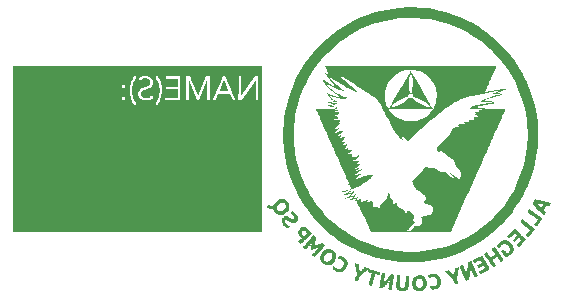
<source format=gbr>
%TF.GenerationSoftware,KiCad,Pcbnew,6.0.0-d3dd2cf0fa~116~ubuntu21.10.1*%
%TF.CreationDate,2022-01-02T17:44:59-05:00*%
%TF.ProjectId,ardustack-io,61726475-7374-4616-936b-2d696f2e6b69,rev?*%
%TF.SameCoordinates,Original*%
%TF.FileFunction,Legend,Bot*%
%TF.FilePolarity,Positive*%
%FSLAX46Y46*%
G04 Gerber Fmt 4.6, Leading zero omitted, Abs format (unit mm)*
G04 Created by KiCad (PCBNEW 6.0.0-d3dd2cf0fa~116~ubuntu21.10.1) date 2022-01-02 17:44:59*
%MOMM*%
%LPD*%
G01*
G04 APERTURE LIST*
G04 APERTURE END LIST*
%TO.C,G\u002A\u002A\u002A*%
G36*
X177894805Y-101711897D02*
G01*
X177840737Y-102211332D01*
X177763901Y-102706284D01*
X177664495Y-103196038D01*
X177542716Y-103679879D01*
X177398762Y-104157093D01*
X177232832Y-104626965D01*
X177045124Y-105088779D01*
X176835835Y-105541822D01*
X176605165Y-105985379D01*
X176353310Y-106418734D01*
X176080468Y-106841174D01*
X175786839Y-107251983D01*
X175758241Y-107289896D01*
X175440325Y-107690010D01*
X175106357Y-108072682D01*
X174756984Y-108437568D01*
X174392852Y-108784326D01*
X174014610Y-109112615D01*
X173622905Y-109422093D01*
X173218385Y-109712416D01*
X172801696Y-109983244D01*
X172373487Y-110234233D01*
X171934404Y-110465043D01*
X171485096Y-110675330D01*
X171026209Y-110864753D01*
X170558391Y-111032969D01*
X170082289Y-111179637D01*
X169598552Y-111304415D01*
X169107825Y-111406960D01*
X168610758Y-111486930D01*
X168107997Y-111543983D01*
X167600189Y-111577777D01*
X167241534Y-111587305D01*
X166736775Y-111580501D01*
X166234369Y-111550219D01*
X165735131Y-111496711D01*
X165239878Y-111420229D01*
X164749426Y-111321022D01*
X164264590Y-111199344D01*
X163786186Y-111055446D01*
X163315031Y-110889579D01*
X162851941Y-110701994D01*
X162397730Y-110492943D01*
X161953216Y-110262677D01*
X161519214Y-110011448D01*
X161096541Y-109739507D01*
X160686011Y-109447106D01*
X160614227Y-109393021D01*
X160419873Y-109242474D01*
X160237078Y-109094092D01*
X160060800Y-108943493D01*
X159885994Y-108786295D01*
X159707619Y-108618116D01*
X159520630Y-108434574D01*
X159437469Y-108351042D01*
X159282124Y-108191700D01*
X159140120Y-108040913D01*
X159007769Y-107894462D01*
X158881388Y-107748129D01*
X158757292Y-107597696D01*
X158631796Y-107438945D01*
X158501216Y-107267658D01*
X158424420Y-107164105D01*
X158133094Y-106746385D01*
X157862688Y-106317352D01*
X157613460Y-105877655D01*
X157385671Y-105427941D01*
X157179581Y-104968861D01*
X156995450Y-104501063D01*
X156833536Y-104025196D01*
X156694101Y-103541909D01*
X156577405Y-103051851D01*
X156483706Y-102555671D01*
X156413266Y-102054017D01*
X156401569Y-101951570D01*
X156387880Y-101823586D01*
X156376624Y-101705480D01*
X156367578Y-101593017D01*
X156360518Y-101481964D01*
X156355221Y-101368085D01*
X156351464Y-101247147D01*
X156349025Y-101114913D01*
X156347679Y-100967150D01*
X156347206Y-100799622D01*
X156347216Y-100787618D01*
X157247486Y-100787618D01*
X157247566Y-100891815D01*
X157248157Y-101024440D01*
X157249485Y-101140336D01*
X157251749Y-101243799D01*
X157255145Y-101339123D01*
X157259871Y-101430601D01*
X157266125Y-101522529D01*
X157274103Y-101619200D01*
X157284003Y-101724909D01*
X157296022Y-101843951D01*
X157304066Y-101918579D01*
X157361924Y-102343305D01*
X157440317Y-102772538D01*
X157538116Y-103201688D01*
X157654188Y-103626168D01*
X157787404Y-104041391D01*
X157936633Y-104442770D01*
X158003349Y-104605600D01*
X158193891Y-105030756D01*
X158404510Y-105447895D01*
X158633787Y-105854582D01*
X158880304Y-106248380D01*
X159142641Y-106626855D01*
X159419379Y-106987571D01*
X159580680Y-107181610D01*
X159821576Y-107453342D01*
X160075958Y-107721081D01*
X160339029Y-107979994D01*
X160605998Y-108225248D01*
X160872070Y-108452011D01*
X161143577Y-108666295D01*
X161537127Y-108951063D01*
X161942658Y-109215317D01*
X162359437Y-109458769D01*
X162786732Y-109681131D01*
X163223811Y-109882114D01*
X163669943Y-110061431D01*
X164124395Y-110218793D01*
X164586435Y-110353912D01*
X165055332Y-110466499D01*
X165530353Y-110556267D01*
X166010767Y-110622928D01*
X166495841Y-110666193D01*
X166535288Y-110668478D01*
X166612951Y-110672110D01*
X166704828Y-110675633D01*
X166804944Y-110678845D01*
X166907327Y-110681542D01*
X167006002Y-110683522D01*
X167227237Y-110684604D01*
X167705940Y-110669625D01*
X168183377Y-110631187D01*
X168658375Y-110569575D01*
X169129759Y-110485075D01*
X169596355Y-110377972D01*
X170056990Y-110248552D01*
X170510488Y-110097100D01*
X170955676Y-109923903D01*
X171391380Y-109729245D01*
X171816425Y-109513413D01*
X171847935Y-109496334D01*
X172269848Y-109253290D01*
X172677037Y-108991771D01*
X173069052Y-108712445D01*
X173445440Y-108415979D01*
X173805751Y-108103040D01*
X174149532Y-107774295D01*
X174476334Y-107430412D01*
X174785705Y-107072057D01*
X175077193Y-106699899D01*
X175350348Y-106314605D01*
X175604717Y-105916842D01*
X175839850Y-105507276D01*
X176055296Y-105086576D01*
X176250604Y-104655409D01*
X176425321Y-104214442D01*
X176578997Y-103764343D01*
X176711181Y-103305778D01*
X176821421Y-102839415D01*
X176909266Y-102365921D01*
X176974265Y-101885964D01*
X176981478Y-101819590D01*
X176994393Y-101692109D01*
X177004834Y-101573619D01*
X177013033Y-101459407D01*
X177019225Y-101344763D01*
X177023640Y-101224974D01*
X177026514Y-101095329D01*
X177028077Y-100951114D01*
X177028565Y-100787618D01*
X177027767Y-100629661D01*
X177022126Y-100364917D01*
X177010688Y-100114583D01*
X176992993Y-99872875D01*
X176968581Y-99634006D01*
X176936992Y-99392187D01*
X176897766Y-99141634D01*
X176869331Y-98980573D01*
X176769104Y-98503992D01*
X176646234Y-98035142D01*
X176500923Y-97574448D01*
X176333376Y-97122336D01*
X176143795Y-96679231D01*
X175932383Y-96245558D01*
X175699342Y-95821742D01*
X175444877Y-95408208D01*
X175169189Y-95005382D01*
X174872482Y-94613689D01*
X174554959Y-94233554D01*
X174537694Y-94214012D01*
X174465433Y-94134691D01*
X174379947Y-94043912D01*
X174284842Y-93945285D01*
X174183721Y-93842423D01*
X174080189Y-93738937D01*
X173977851Y-93638438D01*
X173880310Y-93544538D01*
X173791172Y-93460849D01*
X173714040Y-93390983D01*
X173469821Y-93181909D01*
X173083530Y-92876704D01*
X172685875Y-92592523D01*
X172277307Y-92329553D01*
X171858280Y-92087980D01*
X171429244Y-91867990D01*
X170990653Y-91669770D01*
X170542958Y-91493507D01*
X170086611Y-91339386D01*
X169622065Y-91207595D01*
X169149773Y-91098319D01*
X168670185Y-91011745D01*
X168183755Y-90948061D01*
X167690935Y-90907451D01*
X167668584Y-90906233D01*
X167569411Y-90902368D01*
X167452839Y-90899795D01*
X167323009Y-90898457D01*
X167184059Y-90898300D01*
X167040129Y-90899270D01*
X166895359Y-90901313D01*
X166753888Y-90904374D01*
X166619855Y-90908398D01*
X166497400Y-90913331D01*
X166390662Y-90919119D01*
X166303780Y-90925706D01*
X166161994Y-90939582D01*
X165760175Y-90988289D01*
X165372261Y-91050004D01*
X164992970Y-91125743D01*
X164617020Y-91216524D01*
X164239130Y-91323365D01*
X164139016Y-91354311D01*
X163705761Y-91502998D01*
X163275942Y-91674262D01*
X162851719Y-91866951D01*
X162435249Y-92079911D01*
X162028692Y-92311992D01*
X161634204Y-92562039D01*
X161253946Y-92828902D01*
X160890075Y-93111427D01*
X160775406Y-93206605D01*
X160436847Y-93505574D01*
X160109651Y-93821558D01*
X159796884Y-94151371D01*
X159501611Y-94491828D01*
X159226897Y-94839745D01*
X158958970Y-95213920D01*
X158695438Y-95621356D01*
X158452824Y-96039759D01*
X158231431Y-96468361D01*
X158031567Y-96906393D01*
X157853534Y-97353086D01*
X157697640Y-97807672D01*
X157564189Y-98269382D01*
X157453486Y-98737448D01*
X157365836Y-99211101D01*
X157301545Y-99689572D01*
X157290785Y-99789831D01*
X157279487Y-99901684D01*
X157270303Y-100003304D01*
X157263021Y-100098971D01*
X157257431Y-100192965D01*
X157253323Y-100289565D01*
X157250484Y-100393051D01*
X157248706Y-100507702D01*
X157247777Y-100637798D01*
X157247486Y-100787618D01*
X156347216Y-100787618D01*
X156347325Y-100651175D01*
X156348023Y-100516909D01*
X156349479Y-100398729D01*
X156351869Y-100292604D01*
X156355365Y-100194504D01*
X156360144Y-100100396D01*
X156366379Y-100006250D01*
X156374246Y-99908034D01*
X156383918Y-99801718D01*
X156395571Y-99683271D01*
X156436513Y-99335364D01*
X156515213Y-98839304D01*
X156617067Y-98348137D01*
X156741720Y-97862706D01*
X156888816Y-97383858D01*
X157058001Y-96912437D01*
X157248919Y-96449288D01*
X157461214Y-95995258D01*
X157694532Y-95551189D01*
X157948516Y-95117929D01*
X158222812Y-94696322D01*
X158517064Y-94287212D01*
X158830917Y-93891446D01*
X159061539Y-93623896D01*
X159375185Y-93286882D01*
X159705232Y-92960320D01*
X160047528Y-92648283D01*
X160397920Y-92354842D01*
X160581278Y-92211207D01*
X160989363Y-91913500D01*
X161409880Y-91635894D01*
X161842008Y-91378724D01*
X162284921Y-91142322D01*
X162737797Y-90927022D01*
X163199812Y-90733157D01*
X163670144Y-90561061D01*
X164147968Y-90411067D01*
X164632461Y-90283508D01*
X165122800Y-90178718D01*
X165618161Y-90097030D01*
X166117722Y-90038778D01*
X166231146Y-90028762D01*
X166371994Y-90017966D01*
X166508596Y-90009647D01*
X166645654Y-90003647D01*
X166787868Y-89999810D01*
X166939938Y-89997981D01*
X167106565Y-89998002D01*
X167292450Y-89999717D01*
X167312072Y-89999970D01*
X167452938Y-90001998D01*
X167574644Y-90004301D01*
X167681492Y-90007128D01*
X167777780Y-90010729D01*
X167867808Y-90015353D01*
X167955874Y-90021251D01*
X168046279Y-90028671D01*
X168143320Y-90037864D01*
X168251299Y-90049080D01*
X168374513Y-90062567D01*
X168620839Y-90092947D01*
X169112705Y-90171591D01*
X169600245Y-90273483D01*
X170082559Y-90398236D01*
X170558752Y-90545469D01*
X171027924Y-90714796D01*
X171489181Y-90905833D01*
X171941623Y-91118198D01*
X172384354Y-91351506D01*
X172816476Y-91605373D01*
X173237092Y-91879415D01*
X173645305Y-92173249D01*
X174040217Y-92486490D01*
X174226318Y-92645014D01*
X174598376Y-92985155D01*
X174954935Y-93343093D01*
X175295082Y-93717746D01*
X175617903Y-94108035D01*
X175922482Y-94512879D01*
X176207905Y-94931197D01*
X176473260Y-95361909D01*
X176525842Y-95452976D01*
X176762392Y-95891319D01*
X176978463Y-96341081D01*
X177173616Y-96800906D01*
X177347410Y-97269440D01*
X177499404Y-97745325D01*
X177629159Y-98227207D01*
X177736234Y-98713730D01*
X177820189Y-99203537D01*
X177880583Y-99695274D01*
X177918416Y-100193840D01*
X177933842Y-100702436D01*
X177932507Y-100787618D01*
X177925906Y-101208693D01*
X177894805Y-101711897D01*
G37*
G36*
X170556667Y-109004206D02*
G01*
X168439227Y-109010258D01*
X168355052Y-109010498D01*
X168103285Y-109011210D01*
X167843934Y-109011934D01*
X167579429Y-109012663D01*
X167312200Y-109013393D01*
X167044679Y-109014116D01*
X166779293Y-109014826D01*
X166518475Y-109015516D01*
X166264653Y-109016180D01*
X166020258Y-109016812D01*
X165787720Y-109017405D01*
X165569469Y-109017953D01*
X165367935Y-109018449D01*
X165185548Y-109018887D01*
X165024739Y-109019261D01*
X163727692Y-109022212D01*
X163140703Y-107695794D01*
X163083008Y-107565504D01*
X163010247Y-107401436D01*
X162940581Y-107244616D01*
X162874609Y-107096381D01*
X162812931Y-106958070D01*
X162756147Y-106831021D01*
X162704856Y-106716571D01*
X162659659Y-106616058D01*
X162621154Y-106530820D01*
X162589942Y-106462195D01*
X162566623Y-106411521D01*
X162551796Y-106380136D01*
X162546061Y-106369376D01*
X162539364Y-106370575D01*
X162514506Y-106377046D01*
X162479483Y-106387252D01*
X162470487Y-106389958D01*
X162423638Y-106402528D01*
X162397922Y-106405014D01*
X162392263Y-106396227D01*
X162405588Y-106374980D01*
X162436822Y-106340086D01*
X162447189Y-106329024D01*
X162478206Y-106293169D01*
X162493940Y-106267401D01*
X162496523Y-106247029D01*
X162488089Y-106227364D01*
X162485834Y-106224307D01*
X162474027Y-106218350D01*
X162451836Y-106220443D01*
X162413249Y-106230867D01*
X162376692Y-106240675D01*
X162318600Y-106253132D01*
X162254605Y-106264194D01*
X162188920Y-106273415D01*
X162125756Y-106280351D01*
X162069325Y-106284556D01*
X162023839Y-106285588D01*
X161993510Y-106282999D01*
X161982549Y-106276347D01*
X161982640Y-106275870D01*
X161994046Y-106265171D01*
X162020804Y-106247114D01*
X162057573Y-106225331D01*
X162079610Y-106211097D01*
X162115633Y-106183937D01*
X162157745Y-106149392D01*
X162202417Y-106110681D01*
X162246117Y-106071024D01*
X162285315Y-106033639D01*
X162316480Y-106001745D01*
X162336081Y-105978561D01*
X162340588Y-105967306D01*
X162336669Y-105967272D01*
X162314857Y-105973221D01*
X162278709Y-105985701D01*
X162233439Y-106002976D01*
X162196457Y-106016837D01*
X162134450Y-106037912D01*
X162062102Y-106060698D01*
X161982742Y-106084318D01*
X161899699Y-106107894D01*
X161816301Y-106130546D01*
X161735875Y-106151397D01*
X161661751Y-106169568D01*
X161597257Y-106184181D01*
X161545720Y-106194358D01*
X161510469Y-106199220D01*
X161494833Y-106197889D01*
X161494929Y-106196986D01*
X161507495Y-106187188D01*
X161536756Y-106169144D01*
X161579001Y-106145060D01*
X161630520Y-106117145D01*
X161699758Y-106079563D01*
X161803617Y-106018412D01*
X161892788Y-105958521D01*
X161972503Y-105896267D01*
X162047997Y-105828024D01*
X162144470Y-105734996D01*
X162024433Y-105776880D01*
X161998171Y-105785699D01*
X161934597Y-105805527D01*
X161858884Y-105827727D01*
X161778355Y-105850179D01*
X161700331Y-105870760D01*
X161661911Y-105880506D01*
X161597766Y-105896348D01*
X161551768Y-105906717D01*
X161520518Y-105912126D01*
X161500616Y-105913085D01*
X161488664Y-105910105D01*
X161481262Y-105903696D01*
X161469127Y-105882630D01*
X161470129Y-105858584D01*
X161491878Y-105844266D01*
X161503904Y-105840297D01*
X161539989Y-105825089D01*
X161587719Y-105802581D01*
X161641031Y-105775851D01*
X161693862Y-105747976D01*
X161740150Y-105722036D01*
X161773832Y-105701108D01*
X161823326Y-105667155D01*
X161659796Y-105665909D01*
X161653581Y-105665846D01*
X161590998Y-105663794D01*
X161522214Y-105659454D01*
X161451539Y-105653338D01*
X161383285Y-105645955D01*
X161321762Y-105637815D01*
X161271280Y-105629428D01*
X161236150Y-105621304D01*
X161220683Y-105613953D01*
X161220655Y-105613587D01*
X161232720Y-105607684D01*
X161264265Y-105597321D01*
X161311841Y-105583505D01*
X161372002Y-105567242D01*
X161441298Y-105549540D01*
X161489165Y-105537224D01*
X161562543Y-105517250D01*
X161642962Y-105494384D01*
X161726648Y-105469788D01*
X161809831Y-105444624D01*
X161888737Y-105420055D01*
X161959594Y-105397240D01*
X162018629Y-105377343D01*
X162062072Y-105361525D01*
X162086149Y-105350948D01*
X162087620Y-105348915D01*
X162085488Y-105329395D01*
X162072558Y-105289880D01*
X162048684Y-105229963D01*
X162013720Y-105149237D01*
X161927590Y-104955421D01*
X161850543Y-105001762D01*
X161843651Y-105005875D01*
X161807222Y-105026475D01*
X161780365Y-105039782D01*
X161768474Y-105043080D01*
X161768600Y-105041112D01*
X161778648Y-105025320D01*
X161800300Y-104997872D01*
X161830131Y-104963204D01*
X161858780Y-104930632D01*
X161879316Y-104904564D01*
X161888268Y-104886287D01*
X161888096Y-104870429D01*
X161881262Y-104851618D01*
X161879684Y-104847993D01*
X161869316Y-104824438D01*
X161849801Y-104780224D01*
X161821533Y-104716240D01*
X161784906Y-104633377D01*
X161740313Y-104532526D01*
X161688149Y-104414578D01*
X161628809Y-104280423D01*
X161562686Y-104130951D01*
X161490173Y-103967054D01*
X161411666Y-103789621D01*
X161376673Y-103710539D01*
X162306522Y-103710539D01*
X162312523Y-103716541D01*
X162318525Y-103710539D01*
X162312523Y-103704537D01*
X162306522Y-103710539D01*
X161376673Y-103710539D01*
X161327558Y-103599544D01*
X161238243Y-103397713D01*
X161144116Y-103185019D01*
X161045570Y-102962352D01*
X160943000Y-102730603D01*
X160836799Y-102490663D01*
X160727361Y-102243421D01*
X160615081Y-101989769D01*
X160500353Y-101730598D01*
X160446666Y-101609321D01*
X160333179Y-101352944D01*
X160222383Y-101102632D01*
X160114668Y-100859269D01*
X160010426Y-100623737D01*
X159910047Y-100396919D01*
X159813921Y-100179696D01*
X159722439Y-99972952D01*
X159635990Y-99777570D01*
X159554966Y-99594431D01*
X159479757Y-99424419D01*
X159410754Y-99268416D01*
X159348346Y-99127304D01*
X159292924Y-99001966D01*
X159244880Y-98893285D01*
X159204602Y-98802144D01*
X159172482Y-98729424D01*
X159148909Y-98676008D01*
X159134276Y-98642780D01*
X159128971Y-98630621D01*
X159129662Y-98628380D01*
X159137636Y-98625353D01*
X159155378Y-98622793D01*
X159184471Y-98620666D01*
X159226495Y-98618935D01*
X159283035Y-98617567D01*
X159355671Y-98616526D01*
X159445985Y-98615777D01*
X159555561Y-98615285D01*
X159685979Y-98615016D01*
X159838822Y-98614934D01*
X160554693Y-98614934D01*
X160626566Y-98584683D01*
X160658234Y-98570444D01*
X160713272Y-98542805D01*
X160761247Y-98515661D01*
X160771816Y-98509129D01*
X160800763Y-98490561D01*
X160811773Y-98480568D01*
X160806862Y-98475990D01*
X160788043Y-98473669D01*
X160764974Y-98471202D01*
X160704964Y-98462835D01*
X160633375Y-98451090D01*
X160558086Y-98437369D01*
X160486978Y-98423075D01*
X160427930Y-98409608D01*
X160419534Y-98407490D01*
X160359933Y-98391500D01*
X160297727Y-98373417D01*
X160237207Y-98354653D01*
X160182665Y-98336619D01*
X160138393Y-98320728D01*
X160108683Y-98308390D01*
X160097826Y-98301019D01*
X160101104Y-98297664D01*
X160121662Y-98290680D01*
X160154844Y-98284500D01*
X160186819Y-98279538D01*
X160244517Y-98269291D01*
X160313267Y-98256149D01*
X160386128Y-98241516D01*
X160456160Y-98226792D01*
X160516422Y-98213380D01*
X160559971Y-98202681D01*
X160619990Y-98186481D01*
X160547968Y-98172021D01*
X160460428Y-98153111D01*
X160339014Y-98122641D01*
X160226290Y-98089517D01*
X160129889Y-98055860D01*
X160103692Y-98045755D01*
X160052542Y-98026294D01*
X160009140Y-98010113D01*
X159980789Y-97999949D01*
X159976821Y-97998544D01*
X159951944Y-97986440D01*
X159941777Y-97975384D01*
X159941953Y-97974337D01*
X159954501Y-97969250D01*
X159980789Y-97970852D01*
X160031277Y-97977906D01*
X160130986Y-97985096D01*
X160246469Y-97986719D01*
X160373015Y-97982860D01*
X160505915Y-97973604D01*
X160640459Y-97959036D01*
X160696939Y-97951776D01*
X160592903Y-97878227D01*
X160560723Y-97854299D01*
X160492977Y-97798539D01*
X160418969Y-97732125D01*
X160343819Y-97660037D01*
X160272641Y-97587253D01*
X160210554Y-97518756D01*
X160162675Y-97459524D01*
X160135654Y-97422059D01*
X160100057Y-97370096D01*
X160069122Y-97322076D01*
X160045220Y-97281861D01*
X160030724Y-97253314D01*
X160028007Y-97240298D01*
X160035630Y-97241637D01*
X160062119Y-97251049D01*
X160103931Y-97267761D01*
X160157368Y-97290286D01*
X160218734Y-97317133D01*
X160273334Y-97341108D01*
X160401773Y-97395282D01*
X160531533Y-97447174D01*
X160658801Y-97495405D01*
X160779763Y-97538595D01*
X160890606Y-97575361D01*
X160987518Y-97604325D01*
X161066684Y-97624106D01*
X161105249Y-97632335D01*
X161050190Y-97512727D01*
X160995132Y-97393118D01*
X160880792Y-97329959D01*
X160828222Y-97299823D01*
X160761220Y-97259566D01*
X160691311Y-97216070D01*
X160627200Y-97174667D01*
X160491179Y-97080083D01*
X160312450Y-96940369D01*
X160149037Y-96793869D01*
X160003099Y-96642704D01*
X159876793Y-96488993D01*
X159772276Y-96334856D01*
X159770416Y-96331748D01*
X159855413Y-96331748D01*
X159863570Y-96348309D01*
X159886424Y-96382231D01*
X159926371Y-96436950D01*
X160070099Y-96609703D01*
X160235448Y-96775944D01*
X160421036Y-96934710D01*
X160625485Y-97085036D01*
X160847416Y-97225960D01*
X161085448Y-97356516D01*
X161338203Y-97475741D01*
X161604300Y-97582671D01*
X161631346Y-97592827D01*
X161675369Y-97610200D01*
X161707980Y-97624176D01*
X161723579Y-97632418D01*
X161726241Y-97637694D01*
X161719366Y-97656139D01*
X161698637Y-97679906D01*
X161668727Y-97704192D01*
X161634310Y-97724192D01*
X161632859Y-97724845D01*
X161591842Y-97735935D01*
X161532473Y-97742814D01*
X161459775Y-97745557D01*
X161378771Y-97744240D01*
X161294484Y-97738938D01*
X161211937Y-97729728D01*
X161136153Y-97716685D01*
X161104004Y-97709417D01*
X161019242Y-97687267D01*
X160919730Y-97658102D01*
X160810513Y-97623591D01*
X160696632Y-97585405D01*
X160583131Y-97545213D01*
X160475053Y-97504684D01*
X160377441Y-97465489D01*
X160365834Y-97460648D01*
X160297661Y-97433234D01*
X160250018Y-97416137D01*
X160223237Y-97409466D01*
X160217647Y-97413329D01*
X160224013Y-97422518D01*
X160244557Y-97448316D01*
X160274601Y-97483992D01*
X160310149Y-97524733D01*
X160337132Y-97554523D01*
X160485624Y-97699161D01*
X160647080Y-97826622D01*
X160817613Y-97933775D01*
X160818040Y-97934010D01*
X160860840Y-97957915D01*
X160885106Y-97973029D01*
X160893330Y-97982085D01*
X160888007Y-97987816D01*
X160871630Y-97992954D01*
X160851556Y-97997651D01*
X160804055Y-98006535D01*
X160742759Y-98016437D01*
X160673856Y-98026506D01*
X160603534Y-98035893D01*
X160537981Y-98043746D01*
X160483385Y-98049216D01*
X160445936Y-98051452D01*
X160428080Y-98051784D01*
X160401881Y-98053496D01*
X160396090Y-98057165D01*
X160408188Y-98063602D01*
X160438242Y-98072709D01*
X160488680Y-98083956D01*
X160552295Y-98095772D01*
X160623513Y-98107263D01*
X160696762Y-98117533D01*
X160766467Y-98125689D01*
X160827056Y-98130836D01*
X160864724Y-98133604D01*
X160908811Y-98138219D01*
X160938938Y-98143118D01*
X160950094Y-98147618D01*
X160945021Y-98152352D01*
X160920427Y-98163865D01*
X160878617Y-98179698D01*
X160823152Y-98198688D01*
X160757594Y-98219671D01*
X160685502Y-98241484D01*
X160610438Y-98262962D01*
X160535964Y-98282944D01*
X160379915Y-98323230D01*
X160487949Y-98348586D01*
X160520906Y-98355830D01*
X160589552Y-98368920D01*
X160666195Y-98381636D01*
X160744533Y-98393084D01*
X160818266Y-98402369D01*
X160881089Y-98408595D01*
X160926702Y-98410870D01*
X160936911Y-98411124D01*
X160963459Y-98414870D01*
X160974102Y-98421669D01*
X160972891Y-98425897D01*
X160957843Y-98445579D01*
X160929167Y-98473739D01*
X160891386Y-98506564D01*
X160849021Y-98540242D01*
X160806594Y-98570961D01*
X160768625Y-98594909D01*
X160742989Y-98609736D01*
X160721242Y-98624705D01*
X160714644Y-98635542D01*
X160724962Y-98643307D01*
X160753962Y-98649059D01*
X160803410Y-98653857D01*
X160875071Y-98658761D01*
X160912733Y-98661708D01*
X160956822Y-98666861D01*
X160986952Y-98672545D01*
X160998109Y-98677978D01*
X160991929Y-98693088D01*
X160970053Y-98718050D01*
X160938424Y-98744742D01*
X160903442Y-98767895D01*
X160871506Y-98782239D01*
X160859864Y-98785230D01*
X160818933Y-98793475D01*
X160766161Y-98802158D01*
X160710019Y-98809831D01*
X160693169Y-98811885D01*
X160647380Y-98817726D01*
X160622477Y-98821921D01*
X160616152Y-98825395D01*
X160626096Y-98829072D01*
X160650000Y-98833877D01*
X160656506Y-98834974D01*
X160693782Y-98839446D01*
X160747234Y-98844200D01*
X160810714Y-98848731D01*
X160878072Y-98852536D01*
X161052126Y-98861012D01*
X161055696Y-98903407D01*
X161054990Y-98926219D01*
X161036954Y-98974210D01*
X160998365Y-99020057D01*
X160941568Y-99061854D01*
X160868903Y-99097694D01*
X160782715Y-99125668D01*
X160742152Y-99136109D01*
X160706422Y-99145582D01*
X160686011Y-99151333D01*
X160684546Y-99152116D01*
X160690570Y-99159211D01*
X160714557Y-99170498D01*
X160752323Y-99183921D01*
X160807043Y-99203262D01*
X160877162Y-99233726D01*
X160937745Y-99266518D01*
X160984176Y-99299059D01*
X161011834Y-99328772D01*
X161014412Y-99333048D01*
X161028363Y-99358299D01*
X161034076Y-99372506D01*
X161033983Y-99372788D01*
X161021027Y-99377963D01*
X160989322Y-99386122D01*
X160943364Y-99396204D01*
X160887649Y-99407145D01*
X160832099Y-99417939D01*
X160767300Y-99431492D01*
X160710123Y-99444419D01*
X160668580Y-99454968D01*
X160595983Y-99475489D01*
X160674007Y-99489301D01*
X160696638Y-99493209D01*
X160747379Y-99501690D01*
X160812012Y-99512279D01*
X160884573Y-99524001D01*
X160959097Y-99535881D01*
X161016817Y-99545322D01*
X161076448Y-99555815D01*
X161123752Y-99564977D01*
X161154926Y-99572065D01*
X161166162Y-99576335D01*
X161165085Y-99579336D01*
X161151386Y-99597673D01*
X161124441Y-99628074D01*
X161087431Y-99667354D01*
X161043536Y-99712327D01*
X160995935Y-99759806D01*
X160947810Y-99806604D01*
X160902340Y-99849536D01*
X160862705Y-99885415D01*
X160832085Y-99911056D01*
X160813673Y-99925560D01*
X160780676Y-99952793D01*
X160758836Y-99972610D01*
X160752153Y-99981486D01*
X160756405Y-99982172D01*
X160778287Y-99975484D01*
X160813915Y-99959674D01*
X160858738Y-99937089D01*
X160908206Y-99910077D01*
X160957766Y-99880986D01*
X161002868Y-99852162D01*
X161022155Y-99839280D01*
X161063280Y-99812688D01*
X161096218Y-99792560D01*
X161115184Y-99782486D01*
X161117207Y-99784494D01*
X161107154Y-99800662D01*
X161083982Y-99830330D01*
X161049689Y-99871241D01*
X161006272Y-99921139D01*
X160955727Y-99977770D01*
X160900050Y-100038875D01*
X160841240Y-100102200D01*
X160781292Y-100165488D01*
X160722205Y-100226483D01*
X160678075Y-100271480D01*
X160635750Y-100314697D01*
X160602299Y-100348918D01*
X160580372Y-100371433D01*
X160572618Y-100379531D01*
X160580726Y-100376834D01*
X160607413Y-100367812D01*
X160648260Y-100353953D01*
X160698657Y-100336818D01*
X160756570Y-100317780D01*
X160826236Y-100296395D01*
X160894647Y-100276807D01*
X160958702Y-100259760D01*
X161015302Y-100246004D01*
X161061346Y-100236285D01*
X161093734Y-100231351D01*
X161109367Y-100231949D01*
X161105143Y-100238826D01*
X161099089Y-100243066D01*
X161064136Y-100270508D01*
X161017745Y-100310107D01*
X160963616Y-100358381D01*
X160905450Y-100411851D01*
X160846949Y-100467034D01*
X160791814Y-100520450D01*
X160743746Y-100568618D01*
X160706446Y-100608057D01*
X160683614Y-100635286D01*
X160659350Y-100669012D01*
X160699689Y-100651430D01*
X160712193Y-100645966D01*
X160749394Y-100629654D01*
X160797586Y-100608478D01*
X160849525Y-100585621D01*
X160957192Y-100540970D01*
X161063326Y-100502683D01*
X161160353Y-100473593D01*
X161245383Y-100454460D01*
X161315532Y-100446043D01*
X161367913Y-100449104D01*
X161407613Y-100457552D01*
X161322721Y-100528266D01*
X161321633Y-100529175D01*
X161287925Y-100558865D01*
X161245448Y-100598482D01*
X161197104Y-100645080D01*
X161145793Y-100695710D01*
X161094416Y-100747424D01*
X161045875Y-100797275D01*
X161003071Y-100842315D01*
X160968905Y-100879596D01*
X160946278Y-100906170D01*
X160938091Y-100919089D01*
X160938793Y-100920095D01*
X160952852Y-100916736D01*
X160981257Y-100903680D01*
X161019116Y-100883100D01*
X161027699Y-100878311D01*
X161069555Y-100857914D01*
X161117337Y-100838079D01*
X161165495Y-100820698D01*
X161208480Y-100807659D01*
X161240744Y-100800852D01*
X161256737Y-100802169D01*
X161256691Y-100809468D01*
X161248136Y-100833729D01*
X161232018Y-100869123D01*
X161211117Y-100910018D01*
X161188214Y-100950784D01*
X161166088Y-100985790D01*
X161151518Y-101008220D01*
X161139395Y-101030821D01*
X161138577Y-101039492D01*
X161140025Y-101039346D01*
X161159363Y-101035278D01*
X161194209Y-101026773D01*
X161238185Y-101015378D01*
X161287797Y-101003788D01*
X161363805Y-100990843D01*
X161438768Y-100982916D01*
X161505392Y-100980704D01*
X161556380Y-100984906D01*
X161601836Y-100993434D01*
X161477029Y-101062820D01*
X161461516Y-101071479D01*
X161403578Y-101104404D01*
X161349387Y-101136032D01*
X161302380Y-101164272D01*
X161265994Y-101187033D01*
X161243667Y-101202222D01*
X161238836Y-101207749D01*
X161240903Y-101207374D01*
X161260323Y-101202089D01*
X161295053Y-101191867D01*
X161339363Y-101178381D01*
X161371258Y-101168682D01*
X161406724Y-101159096D01*
X161428103Y-101156307D01*
X161440749Y-101159880D01*
X161450016Y-101169379D01*
X161459064Y-101182745D01*
X161465875Y-101198068D01*
X161465790Y-101198657D01*
X161456176Y-101211887D01*
X161433737Y-101236037D01*
X161402865Y-101266344D01*
X161369273Y-101300890D01*
X161335478Y-101341057D01*
X161312218Y-101374793D01*
X161284963Y-101423288D01*
X161348601Y-101393661D01*
X161376147Y-101382072D01*
X161416178Y-101369037D01*
X161445636Y-101363917D01*
X161484865Y-101369983D01*
X161536382Y-101390245D01*
X161583909Y-101420560D01*
X161611533Y-101442856D01*
X161523195Y-101498816D01*
X161473990Y-101531625D01*
X161417482Y-101573291D01*
X161368402Y-101613689D01*
X161331154Y-101649153D01*
X161310142Y-101676020D01*
X161308723Y-101678720D01*
X161305371Y-101688762D01*
X161312086Y-101692194D01*
X161333288Y-101689330D01*
X161373396Y-101680480D01*
X161412577Y-101671225D01*
X161470253Y-101655796D01*
X161518128Y-101639382D01*
X161565140Y-101618726D01*
X161620227Y-101590572D01*
X161634379Y-101583090D01*
X161672994Y-101563065D01*
X161701050Y-101549101D01*
X161713256Y-101543857D01*
X161717932Y-101550816D01*
X161718770Y-101575749D01*
X161714721Y-101613165D01*
X161706486Y-101657113D01*
X161694759Y-101701642D01*
X161666468Y-101774514D01*
X161617406Y-101862389D01*
X161558749Y-101936980D01*
X161521566Y-101975993D01*
X161563756Y-101975993D01*
X161588034Y-101974581D01*
X161658122Y-101959814D01*
X161743473Y-101929411D01*
X161842478Y-101883903D01*
X161872832Y-101868920D01*
X161912996Y-101850035D01*
X161941352Y-101837912D01*
X161953134Y-101834672D01*
X161953198Y-101835062D01*
X161944325Y-101846304D01*
X161921340Y-101870089D01*
X161887423Y-101903224D01*
X161845752Y-101942516D01*
X161802442Y-101983645D01*
X161754210Y-102031361D01*
X161712153Y-102074882D01*
X161682115Y-102108285D01*
X161630082Y-102170433D01*
X161691756Y-102132484D01*
X161747168Y-102100986D01*
X161827923Y-102066974D01*
X161911142Y-102048397D01*
X162006427Y-102042511D01*
X162024133Y-102042618D01*
X162083519Y-102045526D01*
X162137668Y-102051716D01*
X162181887Y-102060339D01*
X162211485Y-102070547D01*
X162221768Y-102081488D01*
X162219438Y-102084335D01*
X162200745Y-102096615D01*
X162167455Y-102114880D01*
X162124522Y-102136335D01*
X162080820Y-102160095D01*
X162013695Y-102205947D01*
X161950495Y-102259135D01*
X161897369Y-102314308D01*
X161860465Y-102366116D01*
X161840542Y-102402127D01*
X161950233Y-102397829D01*
X161960259Y-102397483D01*
X162032429Y-102397876D01*
X162094613Y-102403175D01*
X162143334Y-102412729D01*
X162175114Y-102425887D01*
X162186474Y-102442000D01*
X162184201Y-102455540D01*
X162171919Y-102490257D01*
X162151809Y-102534768D01*
X162127093Y-102582605D01*
X162100992Y-102627300D01*
X162076727Y-102662383D01*
X162039452Y-102709446D01*
X162103965Y-102701878D01*
X162188913Y-102690838D01*
X162347546Y-102663179D01*
X162483395Y-102628957D01*
X162596685Y-102588111D01*
X162687642Y-102540577D01*
X162694522Y-102536223D01*
X162729109Y-102515365D01*
X162753458Y-102502407D01*
X162762665Y-102500002D01*
X162758901Y-102509804D01*
X162745928Y-102535375D01*
X162726899Y-102569751D01*
X162688872Y-102628644D01*
X162605786Y-102725429D01*
X162503889Y-102812582D01*
X162385987Y-102887846D01*
X162254887Y-102948970D01*
X162244854Y-102952960D01*
X162208212Y-102969390D01*
X162187644Y-102982010D01*
X162186484Y-102988875D01*
X162193948Y-102990612D01*
X162224633Y-102994778D01*
X162272031Y-102999500D01*
X162331266Y-103004436D01*
X162397461Y-103009241D01*
X162465739Y-103013575D01*
X162531224Y-103017095D01*
X162589037Y-103019458D01*
X162634304Y-103020322D01*
X162644710Y-103020381D01*
X162686373Y-103021960D01*
X162715618Y-103025253D01*
X162726654Y-103029671D01*
X162718205Y-103044315D01*
X162694696Y-103070518D01*
X162659990Y-103104587D01*
X162617957Y-103142990D01*
X162572466Y-103182196D01*
X162527383Y-103218670D01*
X162486578Y-103248882D01*
X162396550Y-103311275D01*
X162535572Y-103303905D01*
X162612471Y-103297601D01*
X162705640Y-103284741D01*
X162787651Y-103267834D01*
X162793823Y-103266273D01*
X162853571Y-103252077D01*
X162891507Y-103245164D01*
X162908573Y-103245410D01*
X162905710Y-103252697D01*
X162900356Y-103257258D01*
X162866129Y-103285488D01*
X162817846Y-103324381D01*
X162759593Y-103370732D01*
X162695458Y-103421336D01*
X162629529Y-103472989D01*
X162565893Y-103522485D01*
X162508638Y-103566620D01*
X162461851Y-103602189D01*
X162429619Y-103625987D01*
X162400177Y-103647403D01*
X162365429Y-103673963D01*
X162342614Y-103693082D01*
X162335624Y-103701629D01*
X162337799Y-103702129D01*
X162357762Y-103699501D01*
X162394091Y-103691747D01*
X162441822Y-103680150D01*
X162495993Y-103665992D01*
X162551639Y-103650558D01*
X162603798Y-103635130D01*
X162647508Y-103620991D01*
X162687514Y-103607310D01*
X162715119Y-103599593D01*
X162730675Y-103599942D01*
X162739828Y-103608637D01*
X162748223Y-103625954D01*
X162751237Y-103632975D01*
X162753832Y-103647295D01*
X162746418Y-103660364D01*
X162725387Y-103676577D01*
X162687130Y-103700325D01*
X162676981Y-103706477D01*
X162670412Y-103710539D01*
X162631703Y-103734473D01*
X162578581Y-103767972D01*
X162521133Y-103804684D01*
X162462874Y-103842315D01*
X162407322Y-103878574D01*
X162357994Y-103911169D01*
X162318405Y-103937806D01*
X162292073Y-103956196D01*
X162282514Y-103964044D01*
X162287259Y-103963624D01*
X162307965Y-103955291D01*
X162339532Y-103940137D01*
X162366485Y-103926881D01*
X162437368Y-103894329D01*
X162518580Y-103859350D01*
X162602167Y-103825229D01*
X162680178Y-103795254D01*
X162744660Y-103772711D01*
X162776414Y-103762860D01*
X162835121Y-103746382D01*
X162890348Y-103732840D01*
X162937235Y-103723287D01*
X162970922Y-103718775D01*
X162986549Y-103720356D01*
X162985891Y-103722254D01*
X162971663Y-103735254D01*
X162942124Y-103757999D01*
X162900635Y-103787963D01*
X162850555Y-103822617D01*
X162791407Y-103863681D01*
X162697786Y-103932006D01*
X162606301Y-104002476D01*
X162521542Y-104071426D01*
X162448095Y-104135192D01*
X162390548Y-104190108D01*
X162324527Y-104257779D01*
X162414556Y-104216490D01*
X162455125Y-104198458D01*
X162584326Y-104149790D01*
X162700202Y-104120625D01*
X162803131Y-104110863D01*
X162813761Y-104110916D01*
X162858126Y-104112577D01*
X162891631Y-104116102D01*
X162907706Y-104120863D01*
X162904851Y-104129007D01*
X162886336Y-104148831D01*
X162854682Y-104176534D01*
X162813402Y-104208838D01*
X162793057Y-104224181D01*
X162743025Y-104262688D01*
X162681673Y-104310624D01*
X162612359Y-104365300D01*
X162538444Y-104424025D01*
X162463288Y-104484109D01*
X162390250Y-104542863D01*
X162322691Y-104597596D01*
X162263971Y-104645618D01*
X162217448Y-104684240D01*
X162186484Y-104710770D01*
X162178853Y-104717608D01*
X162165491Y-104730506D01*
X162161680Y-104736980D01*
X162169389Y-104736281D01*
X162190592Y-104727658D01*
X162227260Y-104710364D01*
X162281364Y-104683647D01*
X162354876Y-104646759D01*
X162560625Y-104546680D01*
X162770420Y-104452339D01*
X162969128Y-104371163D01*
X163155011Y-104303821D01*
X163326331Y-104250982D01*
X163481348Y-104213315D01*
X163514305Y-104206747D01*
X163582712Y-104194868D01*
X163641409Y-104188242D01*
X163699914Y-104186007D01*
X163767745Y-104187295D01*
X163815630Y-104189529D01*
X163862604Y-104192847D01*
X163895923Y-104196519D01*
X163910415Y-104200082D01*
X163912741Y-104205128D01*
X163907785Y-104221819D01*
X163889419Y-104248830D01*
X163856501Y-104287559D01*
X163807890Y-104339404D01*
X163742444Y-104405764D01*
X163653632Y-104490814D01*
X163492975Y-104630433D01*
X163317752Y-104767092D01*
X163133572Y-104896271D01*
X163037926Y-104958324D01*
X162833864Y-105081092D01*
X162625484Y-105192958D01*
X162408862Y-105295722D01*
X162180076Y-105391184D01*
X161935203Y-105481143D01*
X161670321Y-105567397D01*
X161580293Y-105595104D01*
X161645262Y-105598814D01*
X161670717Y-105599297D01*
X161725540Y-105597482D01*
X161792803Y-105593040D01*
X161865627Y-105586537D01*
X161937128Y-105578539D01*
X162000425Y-105569611D01*
X162048440Y-105561844D01*
X162012429Y-105600748D01*
X161984928Y-105627380D01*
X161945910Y-105661219D01*
X161904395Y-105694358D01*
X161899429Y-105698134D01*
X161863704Y-105725476D01*
X161835769Y-105747163D01*
X161821308Y-105758787D01*
X161820982Y-105759098D01*
X161827204Y-105759986D01*
X161851465Y-105754476D01*
X161889388Y-105743896D01*
X161936596Y-105729569D01*
X161988713Y-105712823D01*
X162041360Y-105694982D01*
X162090161Y-105677372D01*
X162129493Y-105661347D01*
X162189079Y-105634018D01*
X162242159Y-105606655D01*
X162244794Y-105605184D01*
X162282131Y-105584945D01*
X162310585Y-105570583D01*
X162324181Y-105565123D01*
X162324306Y-105565133D01*
X162322740Y-105575289D01*
X162311842Y-105600869D01*
X162293899Y-105636490D01*
X162251750Y-105704743D01*
X162186915Y-105788497D01*
X162110845Y-105870034D01*
X162029248Y-105942750D01*
X162007619Y-105960098D01*
X161970881Y-105989613D01*
X161943403Y-106011752D01*
X161929925Y-106022698D01*
X161929377Y-106023842D01*
X161941573Y-106022161D01*
X161970556Y-106014397D01*
X162012008Y-106001915D01*
X162061613Y-105986083D01*
X162115053Y-105968265D01*
X162168011Y-105949828D01*
X162216168Y-105932137D01*
X162229377Y-105927039D01*
X162334578Y-105879904D01*
X162431009Y-105823263D01*
X162465468Y-105800539D01*
X162456752Y-105853885D01*
X162444691Y-105900653D01*
X162411443Y-105974634D01*
X162362512Y-106050503D01*
X162301147Y-106122654D01*
X162228497Y-106197402D01*
X162288516Y-106186452D01*
X162292584Y-106185691D01*
X162347744Y-106172754D01*
X162410716Y-106154342D01*
X162473679Y-106133081D01*
X162528811Y-106111599D01*
X162568290Y-106092520D01*
X162574814Y-106088787D01*
X162602348Y-106074901D01*
X162619306Y-106069282D01*
X162625589Y-106073255D01*
X162630313Y-106094659D01*
X162628440Y-106129430D01*
X162620469Y-106171671D01*
X162606901Y-106215484D01*
X162597473Y-106241643D01*
X162588936Y-106269550D01*
X162587302Y-106282041D01*
X162591373Y-106282713D01*
X162613067Y-106280336D01*
X162646188Y-106273893D01*
X162654760Y-106272076D01*
X162690342Y-106265389D01*
X162738172Y-106257119D01*
X162792268Y-106248217D01*
X162846647Y-106239635D01*
X162895325Y-106232323D01*
X162932319Y-106227234D01*
X162951646Y-106225319D01*
X162954162Y-106230854D01*
X162956598Y-106255723D01*
X162957466Y-106296010D01*
X162956561Y-106346671D01*
X162955810Y-106376430D01*
X162955727Y-106434604D01*
X162957317Y-106485747D01*
X162960395Y-106521389D01*
X162968396Y-106574743D01*
X163002327Y-106527902D01*
X163045091Y-106476674D01*
X163127682Y-106407971D01*
X163227218Y-106356224D01*
X163343640Y-106321461D01*
X163476890Y-106303710D01*
X163584924Y-106296665D01*
X163549694Y-106324018D01*
X163506872Y-106358309D01*
X163454575Y-106405492D01*
X163417479Y-106448317D01*
X163392005Y-106491166D01*
X163374573Y-106538422D01*
X163365280Y-106570826D01*
X163445093Y-106524936D01*
X163447740Y-106523423D01*
X163510659Y-106491385D01*
X163579507Y-106462463D01*
X163647649Y-106438957D01*
X163708452Y-106423166D01*
X163755281Y-106417392D01*
X163756810Y-106417398D01*
X163817963Y-106429028D01*
X163870403Y-106460534D01*
X163908420Y-106508520D01*
X163908846Y-106509334D01*
X163919322Y-106532753D01*
X163926253Y-106558716D01*
X163930287Y-106592585D01*
X163932072Y-106639720D01*
X163932258Y-106705482D01*
X163931418Y-106763686D01*
X163929351Y-106828716D01*
X163926419Y-106885525D01*
X163922955Y-106926220D01*
X163914426Y-106996910D01*
X163964068Y-106952062D01*
X163971971Y-106945151D01*
X164021964Y-106908817D01*
X164077103Y-106878412D01*
X164129960Y-106857566D01*
X164173109Y-106849909D01*
X164175508Y-106849940D01*
X164222089Y-106858400D01*
X164274890Y-106882753D01*
X164336283Y-106924355D01*
X164408643Y-106984561D01*
X164509422Y-107074225D01*
X164509318Y-106940870D01*
X164509317Y-106933166D01*
X164509910Y-106874988D01*
X164512343Y-106833718D01*
X164517669Y-106802971D01*
X164526942Y-106776359D01*
X164541215Y-106747495D01*
X164557809Y-106719312D01*
X164583083Y-106685016D01*
X164616409Y-106648498D01*
X164660691Y-106606871D01*
X164718836Y-106557252D01*
X164793747Y-106496757D01*
X164860571Y-106441357D01*
X164968632Y-106337976D01*
X165054548Y-106234026D01*
X165119447Y-106127489D01*
X165164460Y-106016349D01*
X165190715Y-105898588D01*
X165199342Y-105772188D01*
X165199892Y-105738856D01*
X165203693Y-105718334D01*
X165214112Y-105710452D01*
X165234523Y-105709168D01*
X165235992Y-105709191D01*
X165270686Y-105718172D01*
X165305224Y-105739133D01*
X165318019Y-105750937D01*
X165347284Y-105790289D01*
X165367992Y-105841982D01*
X165381343Y-105909734D01*
X165388536Y-105997259D01*
X165389979Y-106023595D01*
X165395032Y-106079811D01*
X165401728Y-106120452D01*
X165409456Y-106141305D01*
X165424800Y-106162335D01*
X165454254Y-106225944D01*
X165470955Y-106302411D01*
X165477658Y-106340306D01*
X165487157Y-106357548D01*
X165499826Y-106352090D01*
X165516244Y-106323665D01*
X165536991Y-106272006D01*
X165550154Y-106238669D01*
X165563059Y-106211678D01*
X165571236Y-106201323D01*
X165573154Y-106202333D01*
X165580715Y-106220122D01*
X165589421Y-106257559D01*
X165598742Y-106311327D01*
X165608145Y-106378107D01*
X165617099Y-106454580D01*
X165625073Y-106537429D01*
X165630072Y-106592260D01*
X165635264Y-106638599D01*
X165639794Y-106664238D01*
X165644000Y-106670975D01*
X165648219Y-106660606D01*
X165648769Y-106658340D01*
X165657884Y-106630565D01*
X165666965Y-106615834D01*
X165674021Y-106618692D01*
X165686611Y-106639982D01*
X165701424Y-106677352D01*
X165716846Y-106726591D01*
X165731262Y-106783492D01*
X165747496Y-106855499D01*
X165755421Y-106807499D01*
X165756217Y-106802429D01*
X165761320Y-106755300D01*
X165763478Y-106708483D01*
X165763856Y-106693575D01*
X165769043Y-106665044D01*
X165780744Y-106659135D01*
X165799512Y-106675341D01*
X165810081Y-106685464D01*
X165824290Y-106685167D01*
X165832800Y-106661605D01*
X165835633Y-106614745D01*
X165835905Y-106590905D01*
X165838623Y-106564025D01*
X165846069Y-106552121D01*
X165860430Y-106549433D01*
X165896342Y-106557956D01*
X165929764Y-106587621D01*
X165956751Y-106639049D01*
X165977570Y-106712766D01*
X165992487Y-106809295D01*
X165996339Y-106842551D01*
X166002045Y-106887244D01*
X166006745Y-106918683D01*
X166009691Y-106931556D01*
X166012254Y-106926656D01*
X166016959Y-106903839D01*
X166022129Y-106868188D01*
X166026393Y-106837585D01*
X166032376Y-106814324D01*
X166041341Y-106806197D01*
X166056130Y-106808193D01*
X166081188Y-106820672D01*
X166115383Y-106858002D01*
X166143813Y-106915613D01*
X166165570Y-106991487D01*
X166179748Y-107083601D01*
X166188259Y-107167628D01*
X166209275Y-107101607D01*
X166217080Y-107074484D01*
X166226884Y-107030382D01*
X166231024Y-106996574D01*
X166232823Y-106970805D01*
X166240023Y-106960102D01*
X166256913Y-106966149D01*
X166287818Y-106988315D01*
X166299008Y-106997990D01*
X166330201Y-107034847D01*
X166358790Y-107080510D01*
X166379898Y-107126473D01*
X166388651Y-107164228D01*
X166389222Y-107177350D01*
X166391961Y-107183681D01*
X166399811Y-107167628D01*
X166407178Y-107140142D01*
X166410971Y-107104608D01*
X166411060Y-107101668D01*
X166414462Y-107076177D01*
X166420817Y-107065852D01*
X166423189Y-107066355D01*
X166439596Y-107080666D01*
X166461307Y-107110685D01*
X166485087Y-107151022D01*
X166507705Y-107196288D01*
X166525928Y-107241094D01*
X166538397Y-107273730D01*
X166551587Y-107297368D01*
X166560762Y-107297449D01*
X166566121Y-107273904D01*
X166567864Y-107226665D01*
X166568364Y-107211411D01*
X166572573Y-107184347D01*
X166579665Y-107173630D01*
X166590125Y-107182254D01*
X166608157Y-107209497D01*
X166630886Y-107251464D01*
X166656161Y-107304154D01*
X166681830Y-107363566D01*
X166707983Y-107427463D01*
X166745022Y-107396296D01*
X166756058Y-107385783D01*
X166784866Y-107349937D01*
X166808782Y-107309931D01*
X166827728Y-107278862D01*
X166866524Y-107243419D01*
X166921011Y-107219445D01*
X166994755Y-107204926D01*
X167055531Y-107197406D01*
X167225814Y-107370235D01*
X167258099Y-107403189D01*
X167319176Y-107467379D01*
X167365427Y-107519939D01*
X167398840Y-107564055D01*
X167421400Y-107602913D01*
X167435097Y-107639699D01*
X167441917Y-107677600D01*
X167443847Y-107719802D01*
X167442723Y-107758075D01*
X167436580Y-107790283D01*
X167422127Y-107821825D01*
X167396096Y-107862466D01*
X167395315Y-107863618D01*
X167371505Y-107901615D01*
X167354562Y-107933987D01*
X167348109Y-107953835D01*
X167351265Y-107970649D01*
X167363501Y-108005638D01*
X167381703Y-108048097D01*
X167402370Y-108090505D01*
X167422001Y-108125337D01*
X167437096Y-108145071D01*
X167437351Y-108145280D01*
X167462808Y-108154776D01*
X167497991Y-108155681D01*
X167503979Y-108155067D01*
X167529720Y-108154853D01*
X167540170Y-108159145D01*
X167539427Y-108160609D01*
X167526447Y-108175339D01*
X167499281Y-108203180D01*
X167460502Y-108241575D01*
X167412684Y-108287965D01*
X167358400Y-108339793D01*
X167324593Y-108372104D01*
X167248176Y-108446851D01*
X167169529Y-108525822D01*
X167091939Y-108605574D01*
X167018697Y-108682665D01*
X166953091Y-108753652D01*
X166898411Y-108815094D01*
X166857947Y-108863548D01*
X166817926Y-108914178D01*
X166998714Y-108914178D01*
X167033914Y-108914154D01*
X167093595Y-108913748D01*
X167135027Y-108912420D01*
X167162136Y-108909633D01*
X167178848Y-108904853D01*
X167189088Y-108897543D01*
X167196784Y-108887169D01*
X167197368Y-108886252D01*
X167209805Y-108866056D01*
X167232138Y-108829273D01*
X167262149Y-108779572D01*
X167297622Y-108720623D01*
X167336341Y-108656097D01*
X167342444Y-108645915D01*
X167379563Y-108584145D01*
X167412143Y-108530190D01*
X167438240Y-108487247D01*
X167455911Y-108458517D01*
X167463214Y-108447199D01*
X167463694Y-108446899D01*
X167474438Y-108453630D01*
X167492139Y-108473293D01*
X167503712Y-108484733D01*
X167537488Y-108506907D01*
X167577903Y-108524627D01*
X167634818Y-108536894D01*
X167715376Y-108534735D01*
X167796620Y-108512463D01*
X167875336Y-108471842D01*
X167948309Y-108414639D01*
X168012326Y-108342617D01*
X168064173Y-108257542D01*
X168065847Y-108254122D01*
X168080632Y-108221504D01*
X168090118Y-108192202D01*
X168095460Y-108159388D01*
X168097817Y-108116232D01*
X168098346Y-108055908D01*
X168097792Y-107996131D01*
X168095339Y-107951971D01*
X168089853Y-107918060D01*
X168080198Y-107887449D01*
X168065241Y-107853187D01*
X168048096Y-107813032D01*
X168040716Y-107783778D01*
X168044845Y-107767194D01*
X168047290Y-107764455D01*
X168080116Y-107741673D01*
X168133698Y-107719030D01*
X168205159Y-107697565D01*
X168291622Y-107678312D01*
X168299489Y-107676801D01*
X168382306Y-107659839D01*
X168446266Y-107643904D01*
X168495952Y-107627183D01*
X168535945Y-107607861D01*
X168570828Y-107584123D01*
X168605184Y-107554155D01*
X168668525Y-107494249D01*
X168668525Y-107538389D01*
X168668503Y-107540655D01*
X168662934Y-107583670D01*
X168650520Y-107625623D01*
X168647116Y-107633860D01*
X168636706Y-107660526D01*
X168632514Y-107673829D01*
X168637103Y-107673429D01*
X168655357Y-107662922D01*
X168682017Y-107644793D01*
X168711115Y-107623326D01*
X168736686Y-107602802D01*
X168752762Y-107587507D01*
X168763246Y-107578135D01*
X168792817Y-107559210D01*
X168830096Y-107540420D01*
X168860296Y-107526370D01*
X168895753Y-107504527D01*
X168913953Y-107480153D01*
X168918474Y-107447158D01*
X168912892Y-107399454D01*
X168900880Y-107326822D01*
X168958757Y-107291209D01*
X168980213Y-107277536D01*
X169003885Y-107258311D01*
X169014307Y-107239099D01*
X169016635Y-107212927D01*
X169015750Y-107200198D01*
X169006467Y-107158928D01*
X168990335Y-107117597D01*
X168987200Y-107111253D01*
X168973467Y-107078218D01*
X168970975Y-107053164D01*
X168978331Y-107025402D01*
X168985701Y-107003173D01*
X168992551Y-106964028D01*
X168986136Y-106929709D01*
X168964518Y-106893745D01*
X168925764Y-106849669D01*
X168858901Y-106779570D01*
X168879367Y-106739994D01*
X168880702Y-106737345D01*
X168887817Y-106719104D01*
X168892290Y-106696555D01*
X168894054Y-106666446D01*
X168893048Y-106625526D01*
X168889205Y-106570543D01*
X168882463Y-106498248D01*
X168872756Y-106405388D01*
X168864363Y-106327363D01*
X168862181Y-106429395D01*
X168861776Y-106444783D01*
X168854950Y-106538528D01*
X168840256Y-106616344D01*
X168816576Y-106684476D01*
X168804317Y-106709299D01*
X168787957Y-106725602D01*
X168764539Y-106726083D01*
X168727009Y-106712988D01*
X168713486Y-106708529D01*
X168674162Y-106699331D01*
X168622636Y-106690104D01*
X168566493Y-106682300D01*
X168535392Y-106678397D01*
X168481788Y-106670641D01*
X168437407Y-106662962D01*
X168409579Y-106656563D01*
X168401045Y-106653438D01*
X168356799Y-106624841D01*
X168310106Y-106575977D01*
X168263517Y-106509416D01*
X168227960Y-106451394D01*
X168289963Y-106389379D01*
X168309381Y-106368447D01*
X168355692Y-106303920D01*
X168390331Y-106233363D01*
X168410541Y-106163238D01*
X168413560Y-106100006D01*
X168409947Y-106087046D01*
X168887158Y-106087046D01*
X168888595Y-106101292D01*
X168892205Y-106103170D01*
X168896597Y-106093289D01*
X168895731Y-106086935D01*
X168888595Y-106085287D01*
X168887158Y-106087046D01*
X168409947Y-106087046D01*
X168403942Y-106065508D01*
X168900826Y-106065508D01*
X168901515Y-106065778D01*
X168909521Y-106056100D01*
X168921119Y-106032028D01*
X168932370Y-106009452D01*
X168957324Y-105966958D01*
X168991323Y-105913387D01*
X169031329Y-105853280D01*
X169074307Y-105791179D01*
X169117221Y-105731625D01*
X169157034Y-105679159D01*
X169223057Y-105595133D01*
X169138718Y-105683391D01*
X169103274Y-105722974D01*
X169047200Y-105794319D01*
X168993923Y-105871532D01*
X168948410Y-105947249D01*
X168915628Y-106014107D01*
X168910904Y-106026051D01*
X168902154Y-106052723D01*
X168900826Y-106065508D01*
X168403942Y-106065508D01*
X168399965Y-106051241D01*
X168366064Y-105989496D01*
X168314663Y-105922234D01*
X168248096Y-105851707D01*
X168168695Y-105780167D01*
X168078796Y-105709867D01*
X167980730Y-105643059D01*
X167876832Y-105581994D01*
X167833260Y-105557594D01*
X167770571Y-105517767D01*
X167716973Y-105475732D01*
X167663827Y-105425125D01*
X167607451Y-105362798D01*
X167517189Y-105242425D01*
X167434270Y-105105900D01*
X167361494Y-104958028D01*
X167301662Y-104803616D01*
X167265620Y-104696315D01*
X167435794Y-104516939D01*
X167448016Y-104504047D01*
X167571825Y-104372520D01*
X167689674Y-104245638D01*
X167800191Y-104124948D01*
X167902006Y-104011997D01*
X167993748Y-103908334D01*
X168074046Y-103815506D01*
X168141528Y-103735059D01*
X168194825Y-103668542D01*
X168232566Y-103617502D01*
X168241123Y-103605329D01*
X168277334Y-103561322D01*
X168311309Y-103536335D01*
X168348312Y-103527581D01*
X168393608Y-103532274D01*
X168404334Y-103534408D01*
X168436990Y-103538797D01*
X168456786Y-103535274D01*
X168471938Y-103522850D01*
X168483916Y-103511441D01*
X168499821Y-103508109D01*
X168524819Y-103518654D01*
X168527895Y-103520167D01*
X168558515Y-103532345D01*
X168602609Y-103547105D01*
X168651728Y-103561588D01*
X168689884Y-103571350D01*
X168739051Y-103580055D01*
X168788081Y-103582294D01*
X168848848Y-103579124D01*
X168878711Y-103577431D01*
X168961034Y-103579903D01*
X169045144Y-103593719D01*
X169134164Y-103619921D01*
X169231214Y-103659547D01*
X169339418Y-103713636D01*
X169461898Y-103783230D01*
X169478620Y-103793056D01*
X169540413Y-103827611D01*
X169600161Y-103858601D01*
X169651770Y-103882958D01*
X169689142Y-103897615D01*
X169724885Y-103907477D01*
X169783135Y-103920992D01*
X169850702Y-103934819D01*
X169921055Y-103947770D01*
X169987664Y-103958654D01*
X170043998Y-103966282D01*
X170083525Y-103969464D01*
X170088491Y-103969580D01*
X170125466Y-103973147D01*
X170153402Y-103984292D01*
X170179436Y-104007348D01*
X170210707Y-104046645D01*
X170213841Y-104050853D01*
X170244379Y-104089555D01*
X170274468Y-104121734D01*
X170309412Y-104152034D01*
X170354513Y-104185098D01*
X170415075Y-104225567D01*
X170491935Y-104274591D01*
X170575824Y-104324434D01*
X170655961Y-104367251D01*
X170740478Y-104407589D01*
X170835208Y-104450617D01*
X170781191Y-104405200D01*
X170758496Y-104385396D01*
X170714750Y-104344659D01*
X170675311Y-104305246D01*
X170664554Y-104293337D01*
X170636632Y-104259174D01*
X170603962Y-104216130D01*
X170569297Y-104168204D01*
X170535385Y-104119400D01*
X170504979Y-104073718D01*
X170480830Y-104035159D01*
X170465687Y-104007724D01*
X170462303Y-103995416D01*
X170464046Y-103995345D01*
X170476606Y-104001143D01*
X170501697Y-104015864D01*
X170540220Y-104040104D01*
X170593075Y-104074455D01*
X170661162Y-104119511D01*
X170745381Y-104175867D01*
X170846632Y-104244116D01*
X170965815Y-104324852D01*
X171103830Y-104418669D01*
X171103841Y-104418676D01*
X171162506Y-104457980D01*
X171214500Y-104491625D01*
X171256563Y-104517600D01*
X171285437Y-104533891D01*
X171297862Y-104538486D01*
X171303690Y-104526778D01*
X171313854Y-104496100D01*
X171326608Y-104451443D01*
X171340478Y-104397684D01*
X171356488Y-104326899D01*
X171366973Y-104262416D01*
X171372324Y-104196797D01*
X171373906Y-104118668D01*
X171373470Y-104076233D01*
X171367406Y-103982897D01*
X171353244Y-103905111D01*
X171329748Y-103837434D01*
X171295680Y-103774423D01*
X171286690Y-103761177D01*
X171246549Y-103711908D01*
X171193346Y-103656269D01*
X171132472Y-103599380D01*
X171069315Y-103546362D01*
X171009263Y-103502332D01*
X170931238Y-103450279D01*
X170929597Y-103334332D01*
X170924057Y-103243003D01*
X170905623Y-103148487D01*
X170873467Y-103069249D01*
X170826652Y-103002264D01*
X170814265Y-102989854D01*
X170781162Y-102960672D01*
X170733175Y-102920888D01*
X170673007Y-102872659D01*
X170603360Y-102818140D01*
X170526937Y-102759490D01*
X170446439Y-102698863D01*
X170404547Y-102667429D01*
X170319871Y-102602855D01*
X170237476Y-102538742D01*
X170160786Y-102477827D01*
X170093227Y-102422845D01*
X170038221Y-102376530D01*
X169999194Y-102341619D01*
X169956258Y-102301868D01*
X169903821Y-102258003D01*
X169855925Y-102226562D01*
X169807890Y-102206268D01*
X169755037Y-102195844D01*
X169692689Y-102194013D01*
X169616168Y-102199497D01*
X169520794Y-102211019D01*
X169519076Y-102211241D01*
X169464445Y-102209663D01*
X169420212Y-102188851D01*
X169384521Y-102147378D01*
X169355521Y-102083815D01*
X169352612Y-102075339D01*
X169334269Y-102003336D01*
X169333106Y-101942298D01*
X169349814Y-101886305D01*
X169385080Y-101829432D01*
X169389924Y-101823341D01*
X169414229Y-101795404D01*
X169452563Y-101753380D01*
X169502833Y-101699485D01*
X169562945Y-101635937D01*
X169630807Y-101564954D01*
X169704326Y-101488753D01*
X169781408Y-101409550D01*
X169795648Y-101394976D01*
X169937496Y-101248825D01*
X170064883Y-101115744D01*
X170177297Y-100996286D01*
X170274225Y-100891007D01*
X170355156Y-100800462D01*
X170419578Y-100725207D01*
X170466979Y-100665797D01*
X170487882Y-100634658D01*
X170517839Y-100582833D01*
X170549061Y-100522646D01*
X170577415Y-100461733D01*
X170621342Y-100371305D01*
X170667805Y-100299600D01*
X170719174Y-100245156D01*
X170778653Y-100204590D01*
X170849447Y-100174519D01*
X170891300Y-100163385D01*
X170968828Y-100151828D01*
X171054001Y-100147338D01*
X171137440Y-100150266D01*
X171209768Y-100160966D01*
X171260227Y-100172623D01*
X171223992Y-100111004D01*
X171206129Y-100079404D01*
X171182028Y-100033253D01*
X171161297Y-99989886D01*
X171146776Y-99955328D01*
X171141304Y-99935602D01*
X171141314Y-99935399D01*
X171153284Y-99927563D01*
X171185250Y-99918303D01*
X171233397Y-99908181D01*
X171293910Y-99897761D01*
X171362972Y-99887604D01*
X171436768Y-99878273D01*
X171511482Y-99870330D01*
X171583299Y-99864337D01*
X171648404Y-99860858D01*
X171669808Y-99860028D01*
X171712625Y-99857598D01*
X171742314Y-99854803D01*
X171753437Y-99852096D01*
X171747916Y-99843082D01*
X171730563Y-99820454D01*
X171705482Y-99789924D01*
X171683230Y-99762750D01*
X171664617Y-99738196D01*
X171657467Y-99726131D01*
X171662320Y-99724603D01*
X171687058Y-99722490D01*
X171729184Y-99720803D01*
X171784679Y-99719686D01*
X171849527Y-99719282D01*
X172041588Y-99719282D01*
X172041588Y-99515218D01*
X172518359Y-99515218D01*
X172520713Y-99416186D01*
X172521167Y-99401080D01*
X172523672Y-99356946D01*
X172527291Y-99324517D01*
X172531406Y-99309945D01*
X172532631Y-99309292D01*
X172551314Y-99303723D01*
X172589020Y-99294336D01*
X172642103Y-99281983D01*
X172706918Y-99267519D01*
X172779820Y-99251795D01*
X172798306Y-99247868D01*
X172868938Y-99232761D01*
X172930177Y-99219507D01*
X172978498Y-99208879D01*
X173010376Y-99201651D01*
X173022287Y-99198596D01*
X173018213Y-99197418D01*
X172994804Y-99193129D01*
X172954053Y-99186427D01*
X172899886Y-99177949D01*
X172836228Y-99168335D01*
X172797568Y-99162450D01*
X172735919Y-99152447D01*
X172684561Y-99143340D01*
X172647989Y-99135944D01*
X172630695Y-99131073D01*
X172625713Y-99125631D01*
X172634737Y-99114738D01*
X172665272Y-99099287D01*
X172716932Y-99076759D01*
X172619335Y-99081191D01*
X172604239Y-99081746D01*
X172562149Y-99081713D01*
X172532777Y-99079258D01*
X172521739Y-99074752D01*
X172523987Y-99071328D01*
X172542484Y-99057930D01*
X172575614Y-99038746D01*
X172618480Y-99016714D01*
X172639956Y-99006159D01*
X172675455Y-98987357D01*
X172692932Y-98973905D01*
X172691201Y-98964380D01*
X172669081Y-98957360D01*
X172625385Y-98951422D01*
X172558931Y-98945143D01*
X172544173Y-98943740D01*
X172502117Y-98938541D01*
X172472757Y-98933052D01*
X172461720Y-98928253D01*
X172467606Y-98925355D01*
X172493783Y-98917777D01*
X172537993Y-98906759D01*
X172597035Y-98893060D01*
X172667707Y-98877440D01*
X172746810Y-98860657D01*
X173031900Y-98801345D01*
X172929867Y-98782107D01*
X172899111Y-98776300D01*
X172865658Y-98769071D01*
X172849406Y-98762282D01*
X172851428Y-98754207D01*
X172872799Y-98743123D01*
X172914593Y-98727306D01*
X172977883Y-98705031D01*
X172987601Y-98701478D01*
X173038978Y-98679796D01*
X173097370Y-98651718D01*
X173151937Y-98622390D01*
X173247968Y-98567097D01*
X172136000Y-98566919D01*
X172144000Y-98539910D01*
X172152424Y-98520094D01*
X172179065Y-98479391D01*
X172216387Y-98435896D01*
X172258788Y-98396602D01*
X172296473Y-98371667D01*
X172360418Y-98342626D01*
X172429394Y-98322418D01*
X172492553Y-98314840D01*
X172526347Y-98313166D01*
X172545775Y-98306030D01*
X172554272Y-98290832D01*
X172556608Y-98284252D01*
X172562267Y-98278027D01*
X172573858Y-98273479D01*
X172594394Y-98270338D01*
X172626887Y-98268334D01*
X172674349Y-98267198D01*
X172739794Y-98266658D01*
X172826234Y-98266444D01*
X173091918Y-98266064D01*
X173058908Y-98241435D01*
X173055858Y-98239120D01*
X173034600Y-98220223D01*
X173025898Y-98207347D01*
X173025953Y-98207083D01*
X173038651Y-98202837D01*
X173070439Y-98198252D01*
X173116733Y-98193861D01*
X173172944Y-98190201D01*
X173220682Y-98187668D01*
X173299846Y-98183352D01*
X173378074Y-98178971D01*
X173443848Y-98175165D01*
X173567705Y-98167815D01*
X173536877Y-98135637D01*
X173532125Y-98130594D01*
X173513567Y-98108869D01*
X173506049Y-98096442D01*
X173507553Y-98095629D01*
X173526697Y-98092979D01*
X173565111Y-98089947D01*
X173619311Y-98086749D01*
X173685811Y-98083599D01*
X173761129Y-98080712D01*
X173780667Y-98080025D01*
X173858890Y-98076884D01*
X173930772Y-98073410D01*
X173991898Y-98069855D01*
X174037853Y-98066469D01*
X174064225Y-98063503D01*
X174112240Y-98055008D01*
X174031940Y-98029489D01*
X174017117Y-98024929D01*
X173931416Y-98004114D01*
X173836422Y-97990441D01*
X173728658Y-97983668D01*
X173604648Y-97983554D01*
X173460915Y-97989858D01*
X173385306Y-97994946D01*
X173306400Y-98001199D01*
X173234412Y-98007819D01*
X173175026Y-98014279D01*
X173133932Y-98020055D01*
X173113805Y-98023395D01*
X173064894Y-98028611D01*
X173034250Y-98025277D01*
X173018405Y-98012507D01*
X173013894Y-97989418D01*
X173022091Y-97971625D01*
X173052812Y-97944680D01*
X173105981Y-97911543D01*
X173181245Y-97872397D01*
X173278249Y-97827425D01*
X173396638Y-97776809D01*
X173536058Y-97720732D01*
X173653142Y-97676005D01*
X173894795Y-97590880D01*
X174134469Y-97515805D01*
X174366604Y-97452466D01*
X174585641Y-97402548D01*
X174595873Y-97400474D01*
X174656565Y-97387964D01*
X174696739Y-97378897D01*
X174719066Y-97372250D01*
X174726217Y-97367001D01*
X174720865Y-97362128D01*
X174705679Y-97356609D01*
X174647674Y-97341604D01*
X174576141Y-97330223D01*
X174489109Y-97322480D01*
X174383800Y-97318129D01*
X174257437Y-97316925D01*
X174241696Y-97316936D01*
X174171539Y-97316418D01*
X174111840Y-97315059D01*
X174065987Y-97313002D01*
X174037366Y-97310389D01*
X174029365Y-97307362D01*
X174039152Y-97301757D01*
X174069534Y-97287768D01*
X174117123Y-97267335D01*
X174178962Y-97241656D01*
X174252093Y-97211931D01*
X174333559Y-97179359D01*
X174420403Y-97145141D01*
X174509667Y-97110476D01*
X174598393Y-97076563D01*
X174647976Y-97057411D01*
X174696043Y-97037903D01*
X174729589Y-97023125D01*
X174745944Y-97014266D01*
X174742438Y-97012511D01*
X174386983Y-97068754D01*
X173964845Y-97140758D01*
X173559439Y-97216019D01*
X173166778Y-97295316D01*
X172782872Y-97379428D01*
X172758498Y-97385195D01*
X172403736Y-97469133D01*
X172377138Y-97475669D01*
X172181915Y-97524415D01*
X172006916Y-97569965D01*
X171849186Y-97613598D01*
X171705771Y-97656594D01*
X171573717Y-97700231D01*
X171450070Y-97745789D01*
X171331876Y-97794548D01*
X171216182Y-97847786D01*
X171100032Y-97906782D01*
X170980474Y-97972816D01*
X170854553Y-98047167D01*
X170719315Y-98131115D01*
X170571807Y-98225937D01*
X170409074Y-98332915D01*
X170306687Y-98401719D01*
X170086959Y-98555314D01*
X169854058Y-98725534D01*
X169609452Y-98911156D01*
X169354611Y-99110953D01*
X169091001Y-99323703D01*
X168820092Y-99548179D01*
X168543353Y-99783159D01*
X168262251Y-100027415D01*
X167978256Y-100279726D01*
X167692836Y-100538865D01*
X167407458Y-100803608D01*
X167123593Y-101072730D01*
X166893074Y-101293693D01*
X166837135Y-101255206D01*
X166781885Y-101214749D01*
X166703588Y-101151580D01*
X166619693Y-101078576D01*
X166535630Y-101000493D01*
X166456829Y-100922086D01*
X166440697Y-100905473D01*
X166400964Y-100865362D01*
X166368941Y-100834204D01*
X166347569Y-100814816D01*
X166339792Y-100810015D01*
X166339972Y-100813602D01*
X166345403Y-100842722D01*
X166357054Y-100887190D01*
X166373103Y-100941100D01*
X166391727Y-100998547D01*
X166411103Y-101053626D01*
X166429411Y-101100432D01*
X166438524Y-101122511D01*
X166454253Y-101163479D01*
X166463945Y-101192994D01*
X166465787Y-101205795D01*
X166456475Y-101204391D01*
X166431365Y-101191085D01*
X166394864Y-101167653D01*
X166350928Y-101136884D01*
X166303510Y-101101563D01*
X166256568Y-101064478D01*
X166214056Y-101028416D01*
X166147613Y-100966329D01*
X166031766Y-100844480D01*
X165917369Y-100707922D01*
X165808881Y-100562108D01*
X165710757Y-100412492D01*
X165636636Y-100288868D01*
X165441133Y-99939727D01*
X165254791Y-99572571D01*
X165079529Y-99191116D01*
X165070492Y-99170466D01*
X164948787Y-98903080D01*
X164826981Y-98655953D01*
X164703243Y-98425663D01*
X164575738Y-98208789D01*
X164442633Y-98001907D01*
X164370306Y-97899331D01*
X164284360Y-97789766D01*
X164199650Y-97694603D01*
X164118087Y-97615818D01*
X164041580Y-97555385D01*
X163972041Y-97515283D01*
X163936957Y-97499393D01*
X163887568Y-97474575D01*
X164953975Y-97474575D01*
X164954026Y-97494009D01*
X164954563Y-97581090D01*
X164955835Y-97650049D01*
X164958225Y-97705811D01*
X164962113Y-97753301D01*
X164967882Y-97797447D01*
X164975914Y-97843174D01*
X164986589Y-97895408D01*
X165012188Y-98004109D01*
X165081065Y-98224456D01*
X165170347Y-98432632D01*
X165280534Y-98629720D01*
X165412128Y-98816805D01*
X165550500Y-98977191D01*
X165713633Y-99131584D01*
X165891158Y-99267653D01*
X166081684Y-99384645D01*
X166283819Y-99481807D01*
X166496175Y-99558387D01*
X166717359Y-99613633D01*
X166945983Y-99646792D01*
X166952171Y-99647366D01*
X167173577Y-99655723D01*
X167393713Y-99640934D01*
X167610704Y-99603830D01*
X167822675Y-99545241D01*
X168027751Y-99465996D01*
X168224057Y-99366925D01*
X168409717Y-99248860D01*
X168582857Y-99112628D01*
X168741600Y-98959061D01*
X168884072Y-98788989D01*
X168964551Y-98675262D01*
X169081934Y-98478112D01*
X169176323Y-98274087D01*
X169247783Y-98062986D01*
X169296377Y-97844605D01*
X169322168Y-97618742D01*
X169325221Y-97385195D01*
X169317036Y-97250750D01*
X169287344Y-97033065D01*
X169237004Y-96825288D01*
X169165178Y-96624822D01*
X169071027Y-96429071D01*
X168953712Y-96235439D01*
X168932530Y-96204698D01*
X168857798Y-96106719D01*
X168770756Y-96004905D01*
X168677235Y-95905548D01*
X168583064Y-95814941D01*
X168494074Y-95739374D01*
X168317042Y-95614478D01*
X168120928Y-95503534D01*
X167916588Y-95413927D01*
X167705703Y-95345843D01*
X167489955Y-95299464D01*
X167271025Y-95274975D01*
X167050596Y-95272559D01*
X166830349Y-95292399D01*
X166611965Y-95334680D01*
X166397127Y-95399586D01*
X166187515Y-95487300D01*
X166176283Y-95492736D01*
X165976610Y-95603148D01*
X165791159Y-95732321D01*
X165621033Y-95878969D01*
X165467333Y-96041800D01*
X165331164Y-96219529D01*
X165213627Y-96410864D01*
X165115827Y-96614519D01*
X165038866Y-96829204D01*
X165036783Y-96836140D01*
X165010069Y-96929490D01*
X164989564Y-97012640D01*
X164974520Y-97091281D01*
X164964187Y-97171104D01*
X164957818Y-97257800D01*
X164954664Y-97357060D01*
X164953975Y-97474575D01*
X163887568Y-97474575D01*
X163654117Y-97357265D01*
X163376615Y-97192473D01*
X163103522Y-97004473D01*
X162902742Y-96858489D01*
X162683879Y-96703537D01*
X162465850Y-96553345D01*
X162251497Y-96409787D01*
X162043663Y-96274738D01*
X161845193Y-96150071D01*
X161658930Y-96037661D01*
X161487717Y-95939382D01*
X161463330Y-95925914D01*
X161398641Y-95891054D01*
X161331681Y-95856021D01*
X161265387Y-95822238D01*
X161202698Y-95791127D01*
X161146550Y-95764111D01*
X161099881Y-95742613D01*
X161065629Y-95728057D01*
X161046731Y-95721866D01*
X161046125Y-95725462D01*
X161058361Y-95736371D01*
X161086916Y-95761475D01*
X161129895Y-95799116D01*
X161185445Y-95847675D01*
X161251710Y-95905532D01*
X161326838Y-95971067D01*
X161408975Y-96042662D01*
X161496266Y-96118696D01*
X161550236Y-96165720D01*
X161648617Y-96251581D01*
X161747745Y-96338256D01*
X161844472Y-96422986D01*
X161935653Y-96503012D01*
X162018144Y-96575574D01*
X162088798Y-96637913D01*
X162144470Y-96687272D01*
X162169453Y-96709589D01*
X162238219Y-96771783D01*
X162308673Y-96836478D01*
X162378655Y-96901601D01*
X162446004Y-96965080D01*
X162508560Y-97024839D01*
X162564163Y-97078807D01*
X162610652Y-97124910D01*
X162645866Y-97161074D01*
X162667646Y-97185227D01*
X162673830Y-97195294D01*
X162669557Y-97194908D01*
X162646684Y-97188026D01*
X162607647Y-97174378D01*
X162556379Y-97155362D01*
X162496812Y-97132376D01*
X162444705Y-97111140D01*
X162350241Y-97070037D01*
X162242282Y-97020609D01*
X162125275Y-96965042D01*
X162003665Y-96905523D01*
X161881896Y-96844238D01*
X161764415Y-96783373D01*
X161655667Y-96725116D01*
X161560097Y-96671652D01*
X161530472Y-96654548D01*
X161395696Y-96575403D01*
X161252183Y-96489197D01*
X161103228Y-96398024D01*
X160952126Y-96303980D01*
X160802168Y-96209160D01*
X160656651Y-96115661D01*
X160518866Y-96025577D01*
X160392110Y-95941004D01*
X160279674Y-95864038D01*
X160184853Y-95796773D01*
X160167442Y-95784177D01*
X160121164Y-95751319D01*
X160083828Y-95725723D01*
X160058891Y-95709721D01*
X160049811Y-95705646D01*
X160051080Y-95708811D01*
X160062790Y-95727854D01*
X160084131Y-95759317D01*
X160111871Y-95798371D01*
X160210968Y-95926705D01*
X160355468Y-96091743D01*
X160520591Y-96259432D01*
X160704771Y-96428349D01*
X160906440Y-96597071D01*
X161124031Y-96764174D01*
X161355976Y-96928235D01*
X161402958Y-96960489D01*
X161451975Y-96994996D01*
X161490299Y-97022961D01*
X161514840Y-97042120D01*
X161522507Y-97050209D01*
X161521834Y-97050724D01*
X161503506Y-97052666D01*
X161466749Y-97049739D01*
X161415987Y-97042700D01*
X161355649Y-97032304D01*
X161290161Y-97019308D01*
X161223949Y-97004469D01*
X161161440Y-96988541D01*
X161042338Y-96953495D01*
X160886897Y-96899957D01*
X160731872Y-96837107D01*
X160574489Y-96763548D01*
X160411980Y-96677878D01*
X160241573Y-96578699D01*
X160060496Y-96464612D01*
X159865980Y-96334216D01*
X159861436Y-96331338D01*
X159855413Y-96331748D01*
X159770416Y-96331748D01*
X159768784Y-96329021D01*
X159743322Y-96283310D01*
X159718462Y-96233980D01*
X159696378Y-96185971D01*
X159679247Y-96144226D01*
X159669244Y-96113684D01*
X159668545Y-96099287D01*
X159668724Y-96099161D01*
X159681047Y-96104337D01*
X159708019Y-96121781D01*
X159745803Y-96148862D01*
X159790556Y-96182946D01*
X160022505Y-96353933D01*
X160281981Y-96521133D01*
X160545216Y-96665693D01*
X160698513Y-96742766D01*
X160681735Y-96703543D01*
X160681021Y-96701883D01*
X160668750Y-96674308D01*
X160649127Y-96631122D01*
X160624703Y-96577913D01*
X160598032Y-96520274D01*
X160587348Y-96497380D01*
X160562688Y-96446492D01*
X160540594Y-96406265D01*
X160517139Y-96371192D01*
X160488392Y-96335767D01*
X160450424Y-96294484D01*
X160399304Y-96241838D01*
X160301964Y-96139399D01*
X160189164Y-96011328D01*
X160090445Y-95887987D01*
X160007342Y-95771428D01*
X159941391Y-95663703D01*
X159894129Y-95566864D01*
X159890203Y-95557235D01*
X159875608Y-95518954D01*
X159867006Y-95492085D01*
X159866150Y-95481947D01*
X159872406Y-95485378D01*
X159895549Y-95500833D01*
X159932561Y-95526649D01*
X159980256Y-95560542D01*
X160035443Y-95600226D01*
X160094935Y-95643419D01*
X160155542Y-95687836D01*
X160214078Y-95731193D01*
X160219224Y-95734854D01*
X160227043Y-95738741D01*
X160230743Y-95736288D01*
X160229583Y-95725561D01*
X160222821Y-95704627D01*
X160209716Y-95671555D01*
X160189527Y-95624411D01*
X160161511Y-95561263D01*
X160124928Y-95480177D01*
X160079035Y-95379222D01*
X160044839Y-95303928D01*
X160007083Y-95220278D01*
X159973641Y-95145623D01*
X159945652Y-95082529D01*
X159924251Y-95033562D01*
X159910576Y-95001288D01*
X159905765Y-94988274D01*
X159915909Y-94987687D01*
X159949450Y-94987063D01*
X160005875Y-94986451D01*
X160084598Y-94985853D01*
X160185036Y-94985270D01*
X160306605Y-94984702D01*
X160448719Y-94984150D01*
X160610795Y-94983615D01*
X160792247Y-94983098D01*
X160992492Y-94982599D01*
X161210944Y-94982120D01*
X161447020Y-94981662D01*
X161700134Y-94981225D01*
X161969703Y-94980809D01*
X162255141Y-94980417D01*
X162555865Y-94980049D01*
X162871289Y-94979705D01*
X163200830Y-94979386D01*
X163543903Y-94979094D01*
X163899923Y-94978829D01*
X164268305Y-94978592D01*
X164648466Y-94978384D01*
X165039821Y-94978206D01*
X165441785Y-94978058D01*
X165853774Y-94977941D01*
X166275204Y-94977857D01*
X166705489Y-94977806D01*
X167144045Y-94977788D01*
X167365784Y-94977792D01*
X167778500Y-94977818D01*
X168184878Y-94977869D01*
X168584265Y-94977945D01*
X168976006Y-94978043D01*
X169359445Y-94978164D01*
X169733930Y-94978307D01*
X170098805Y-94978472D01*
X170453416Y-94978657D01*
X170797108Y-94978861D01*
X171129228Y-94979085D01*
X171449120Y-94979328D01*
X171756130Y-94979588D01*
X172049604Y-94979865D01*
X172328887Y-94980158D01*
X172593325Y-94980467D01*
X172842263Y-94980791D01*
X173075047Y-94981129D01*
X173291022Y-94981481D01*
X173489535Y-94981846D01*
X173669930Y-94982222D01*
X173831553Y-94982610D01*
X173973749Y-94983009D01*
X174095865Y-94983417D01*
X174197245Y-94983835D01*
X174277236Y-94984262D01*
X174335182Y-94984696D01*
X174370430Y-94985137D01*
X174382325Y-94985585D01*
X174380797Y-94989563D01*
X174370676Y-95012897D01*
X174351652Y-95055770D01*
X174324391Y-95116699D01*
X174289565Y-95194200D01*
X174247843Y-95286791D01*
X174199893Y-95392987D01*
X174146386Y-95511305D01*
X174087991Y-95640262D01*
X174025377Y-95778375D01*
X173959213Y-95924160D01*
X173890170Y-96076134D01*
X173851317Y-96161636D01*
X173783800Y-96310326D01*
X173719537Y-96451993D01*
X173659197Y-96585154D01*
X173603449Y-96708326D01*
X173552962Y-96820027D01*
X173508406Y-96918775D01*
X173470450Y-97003085D01*
X173439764Y-97071476D01*
X173417016Y-97122465D01*
X173402877Y-97154570D01*
X173398015Y-97166307D01*
X173399363Y-97168889D01*
X173413020Y-97168349D01*
X173424354Y-97165108D01*
X173460014Y-97157151D01*
X173514708Y-97146310D01*
X173586189Y-97132953D01*
X173672210Y-97117449D01*
X173770525Y-97100164D01*
X173878887Y-97081466D01*
X173995050Y-97061722D01*
X174116765Y-97041301D01*
X174241787Y-97020569D01*
X174367869Y-96999895D01*
X174492764Y-96979646D01*
X174614225Y-96960190D01*
X174730006Y-96941893D01*
X174837859Y-96925125D01*
X174935538Y-96910251D01*
X175020797Y-96897641D01*
X175091387Y-96887661D01*
X175145064Y-96880680D01*
X175179579Y-96877064D01*
X175192686Y-96877181D01*
X175196212Y-96887068D01*
X175202528Y-96911026D01*
X175203725Y-96916454D01*
X175204031Y-96926306D01*
X175198942Y-96935185D01*
X175185562Y-96944516D01*
X175160991Y-96955721D01*
X175122331Y-96970223D01*
X175066683Y-96989445D01*
X174992770Y-97014266D01*
X174991150Y-97014810D01*
X174945394Y-97030301D01*
X174851033Y-97063097D01*
X174751521Y-97098582D01*
X174656194Y-97133408D01*
X174574385Y-97164229D01*
X174376323Y-97240501D01*
X174490944Y-97248682D01*
X174579001Y-97256991D01*
X174680434Y-97273804D01*
X174763200Y-97297728D01*
X174829988Y-97329596D01*
X174883483Y-97370239D01*
X174905080Y-97391917D01*
X174919881Y-97412733D01*
X174915939Y-97423496D01*
X174893678Y-97426560D01*
X174887975Y-97426689D01*
X174848387Y-97430532D01*
X174790722Y-97439102D01*
X174719298Y-97451576D01*
X174638430Y-97467131D01*
X174552435Y-97484944D01*
X174465628Y-97504193D01*
X174382325Y-97524054D01*
X174260827Y-97556118D01*
X174120381Y-97596910D01*
X173973837Y-97642778D01*
X173826123Y-97692025D01*
X173682166Y-97742958D01*
X173546889Y-97793879D01*
X173425221Y-97843095D01*
X173322088Y-97888910D01*
X173235964Y-97929578D01*
X173331994Y-97921244D01*
X173369714Y-97918882D01*
X173429530Y-97916655D01*
X173502148Y-97914999D01*
X173581645Y-97914048D01*
X173662098Y-97913931D01*
X173686957Y-97914096D01*
X173794122Y-97916616D01*
X173883009Y-97922572D01*
X173958261Y-97932752D01*
X174024518Y-97947942D01*
X174086423Y-97968932D01*
X174148616Y-97996509D01*
X174163687Y-98004380D01*
X174202337Y-98028013D01*
X174241623Y-98055711D01*
X174276245Y-98083360D01*
X174300905Y-98106845D01*
X174310302Y-98122051D01*
X174302467Y-98124906D01*
X174274194Y-98128708D01*
X174228986Y-98132589D01*
X174170712Y-98136225D01*
X174103237Y-98139296D01*
X174063399Y-98140854D01*
X173982158Y-98144291D01*
X173902629Y-98147953D01*
X173832241Y-98151493D01*
X173778419Y-98154560D01*
X173660667Y-98161985D01*
X173692376Y-98195082D01*
X173698557Y-98201869D01*
X173713181Y-98222764D01*
X173714098Y-98234101D01*
X173713944Y-98234181D01*
X173698426Y-98236472D01*
X173662973Y-98239254D01*
X173611490Y-98242296D01*
X173547878Y-98245366D01*
X173476039Y-98248233D01*
X173475093Y-98248267D01*
X173402350Y-98251166D01*
X173336963Y-98254285D01*
X173283093Y-98257387D01*
X173244898Y-98260230D01*
X173226540Y-98262577D01*
X173215279Y-98267223D01*
X173216319Y-98275840D01*
X173235543Y-98292646D01*
X173236678Y-98293546D01*
X173257407Y-98313252D01*
X173265973Y-98327715D01*
X173261240Y-98330252D01*
X173236242Y-98333736D01*
X173192727Y-98336453D01*
X173134046Y-98338218D01*
X173063548Y-98338847D01*
X172861123Y-98338847D01*
X172829475Y-98409370D01*
X172814310Y-98444062D01*
X172802392Y-98473265D01*
X172797826Y-98487218D01*
X172799627Y-98487964D01*
X172819724Y-98489910D01*
X172859766Y-98491840D01*
X172916830Y-98493671D01*
X172987995Y-98495318D01*
X173070339Y-98496696D01*
X173160940Y-98497721D01*
X173524055Y-98500898D01*
X173434026Y-98551626D01*
X173343998Y-98602354D01*
X173404017Y-98602826D01*
X173433785Y-98603931D01*
X173450193Y-98607800D01*
X173446030Y-98614934D01*
X173449355Y-98616744D01*
X173474376Y-98619012D01*
X173522783Y-98621000D01*
X173594213Y-98622703D01*
X173688307Y-98624115D01*
X173804704Y-98625231D01*
X173943042Y-98626046D01*
X174102962Y-98626556D01*
X174284103Y-98626754D01*
X174420052Y-98626799D01*
X174565707Y-98626913D01*
X174690297Y-98627132D01*
X174795440Y-98627495D01*
X174882755Y-98628043D01*
X174953861Y-98628815D01*
X175010376Y-98629853D01*
X175053918Y-98631197D01*
X175086106Y-98632887D01*
X175108559Y-98634964D01*
X175122894Y-98637468D01*
X175130731Y-98640439D01*
X175133688Y-98643918D01*
X175133383Y-98647944D01*
X175133106Y-98648642D01*
X175125976Y-98665134D01*
X175109494Y-98702767D01*
X175083963Y-98760859D01*
X175049684Y-98838729D01*
X175006956Y-98935697D01*
X174956082Y-99051080D01*
X174897361Y-99184199D01*
X174831095Y-99334372D01*
X174757584Y-99500917D01*
X174677129Y-99683155D01*
X174590032Y-99880403D01*
X174496592Y-100091980D01*
X174397111Y-100317206D01*
X174291890Y-100555400D01*
X174181229Y-100805879D01*
X174065429Y-101067964D01*
X173944792Y-101340973D01*
X173819617Y-101624225D01*
X173690206Y-101917038D01*
X173556860Y-102218733D01*
X173419879Y-102528627D01*
X173279564Y-102846040D01*
X173136217Y-103170290D01*
X172990137Y-103500697D01*
X172841626Y-103836579D01*
X172064050Y-105595133D01*
X171843781Y-106093289D01*
X170556667Y-109004206D01*
G37*
G36*
X173201545Y-110998141D02*
G01*
X173219553Y-111028869D01*
X173246482Y-111075872D01*
X173281040Y-111136826D01*
X173321934Y-111209404D01*
X173367873Y-111291281D01*
X173417563Y-111380132D01*
X173469713Y-111473632D01*
X173523030Y-111569454D01*
X173576221Y-111665273D01*
X173627995Y-111758765D01*
X173677059Y-111847602D01*
X173722120Y-111929461D01*
X173761886Y-112002015D01*
X173795065Y-112062939D01*
X173820364Y-112109907D01*
X173836492Y-112140595D01*
X173842155Y-112152676D01*
X173842045Y-112152977D01*
X173829881Y-112161988D01*
X173799217Y-112181083D01*
X173752357Y-112208924D01*
X173691603Y-112244174D01*
X173619262Y-112285494D01*
X173537636Y-112331545D01*
X173449031Y-112380991D01*
X173440055Y-112385972D01*
X173351734Y-112434861D01*
X173270245Y-112479748D01*
X173197942Y-112519349D01*
X173137182Y-112552384D01*
X173090322Y-112577572D01*
X173059717Y-112593630D01*
X173047724Y-112599277D01*
X173041570Y-112592307D01*
X173026404Y-112568766D01*
X173005498Y-112533626D01*
X172981796Y-112492136D01*
X172958239Y-112449543D01*
X172937770Y-112411096D01*
X172923331Y-112382043D01*
X172917864Y-112367634D01*
X172924698Y-112362344D01*
X172949933Y-112346696D01*
X172991097Y-112322472D01*
X173045377Y-112291300D01*
X173109960Y-112254809D01*
X173182034Y-112214629D01*
X173446204Y-112068286D01*
X173423698Y-112030717D01*
X173423086Y-112029694D01*
X173405552Y-111999479D01*
X173381738Y-111957396D01*
X173356613Y-111912223D01*
X173345158Y-111891609D01*
X173325832Y-111859388D01*
X173312052Y-111843293D01*
X173300036Y-111839730D01*
X173286003Y-111845105D01*
X173270530Y-111853524D01*
X173236655Y-111872194D01*
X173189180Y-111898478D01*
X173132020Y-111930210D01*
X173069090Y-111965221D01*
X173010884Y-111997225D01*
X172956886Y-112026070D01*
X172913575Y-112048297D01*
X172884350Y-112062165D01*
X172872609Y-112065930D01*
X172869013Y-112061726D01*
X172853825Y-112038615D01*
X172833819Y-112003623D01*
X172811770Y-111962212D01*
X172790453Y-111919845D01*
X172772642Y-111881981D01*
X172761113Y-111854084D01*
X172758641Y-111841615D01*
X172758695Y-111841564D01*
X172771976Y-111832955D01*
X172802781Y-111814777D01*
X172847665Y-111789009D01*
X172903180Y-111757630D01*
X172965879Y-111722620D01*
X172967142Y-111721919D01*
X173029670Y-111687034D01*
X173084900Y-111655910D01*
X173129401Y-111630506D01*
X173159742Y-111612781D01*
X173172492Y-111604692D01*
X173170733Y-111591793D01*
X173159085Y-111563738D01*
X173140407Y-111525797D01*
X173117600Y-111483205D01*
X173093565Y-111441199D01*
X173071199Y-111405013D01*
X173053405Y-111379883D01*
X173043081Y-111371045D01*
X173036798Y-111373787D01*
X173011726Y-111386671D01*
X172970719Y-111408592D01*
X172916822Y-111437901D01*
X172853082Y-111472950D01*
X172782544Y-111512089D01*
X172736322Y-111537753D01*
X172670030Y-111574217D01*
X172612590Y-111605397D01*
X172567020Y-111629674D01*
X172536340Y-111645428D01*
X172523569Y-111651040D01*
X172516440Y-111644078D01*
X172499757Y-111619815D01*
X172476778Y-111582255D01*
X172450235Y-111535694D01*
X172436552Y-111510676D01*
X172413262Y-111465658D01*
X172400784Y-111436121D01*
X172397830Y-111418625D01*
X172403113Y-111409731D01*
X172425049Y-111396203D01*
X172469779Y-111369991D01*
X172527205Y-111337375D01*
X172594518Y-111299857D01*
X172668910Y-111258944D01*
X172747575Y-111216138D01*
X172827705Y-111172944D01*
X172906492Y-111130867D01*
X172981130Y-111091410D01*
X173048810Y-111056077D01*
X173106727Y-111026373D01*
X173152071Y-111003802D01*
X173182036Y-110989868D01*
X173193815Y-110986075D01*
X173201545Y-110998141D01*
G37*
G36*
X162419253Y-111656742D02*
G01*
X162437729Y-111662673D01*
X162472045Y-111674909D01*
X162517453Y-111691646D01*
X162569203Y-111711079D01*
X162622545Y-111731403D01*
X162672729Y-111750813D01*
X162715007Y-111767504D01*
X162744628Y-111779671D01*
X162756843Y-111785510D01*
X162758073Y-111792154D01*
X162761448Y-111819653D01*
X162766440Y-111865394D01*
X162772700Y-111926074D01*
X162779884Y-111998391D01*
X162787645Y-112079042D01*
X162815121Y-112369001D01*
X163008193Y-112193078D01*
X163028580Y-112174511D01*
X163085565Y-112122701D01*
X163136819Y-112076228D01*
X163179342Y-112037805D01*
X163210134Y-112010145D01*
X163226196Y-111995959D01*
X163230448Y-111992460D01*
X163241137Y-111986063D01*
X163254634Y-111984063D01*
X163274854Y-111987311D01*
X163305714Y-111996660D01*
X163351132Y-112012964D01*
X163415025Y-112037075D01*
X163440829Y-112047004D01*
X163495312Y-112068825D01*
X163539125Y-112087569D01*
X163568314Y-112101503D01*
X163578922Y-112108892D01*
X163577739Y-112110649D01*
X163562684Y-112125335D01*
X163531856Y-112153119D01*
X163487201Y-112192312D01*
X163430665Y-112241227D01*
X163364197Y-112298176D01*
X163289741Y-112361472D01*
X163209244Y-112429426D01*
X162839566Y-112740453D01*
X162751537Y-112969990D01*
X162744605Y-112988009D01*
X162718320Y-113055284D01*
X162694986Y-113113400D01*
X162675983Y-113159031D01*
X162662686Y-113188849D01*
X162656475Y-113199528D01*
X162656059Y-113199480D01*
X162640738Y-113194542D01*
X162608039Y-113182655D01*
X162562458Y-113165484D01*
X162508489Y-113144695D01*
X162367534Y-113089862D01*
X162390259Y-113032209D01*
X162394483Y-113021443D01*
X162409838Y-112982019D01*
X162430700Y-112928199D01*
X162454873Y-112865656D01*
X162480162Y-112800058D01*
X162547340Y-112625560D01*
X162480774Y-112142475D01*
X162474890Y-112099674D01*
X162460996Y-111997751D01*
X162448448Y-111904505D01*
X162437574Y-111822451D01*
X162428702Y-111754108D01*
X162422161Y-111701992D01*
X162418278Y-111668619D01*
X162417383Y-111656507D01*
X162419253Y-111656742D01*
G37*
G36*
X168457649Y-113583820D02*
G01*
X168414946Y-113693402D01*
X168354050Y-113789023D01*
X168275642Y-113869587D01*
X168180397Y-113933996D01*
X168068996Y-113981151D01*
X168051937Y-113986001D01*
X167982853Y-113998000D01*
X167901840Y-114003501D01*
X167817506Y-114002506D01*
X167738458Y-113995018D01*
X167673303Y-113981039D01*
X167595189Y-113950553D01*
X167502467Y-113893552D01*
X167423788Y-113817762D01*
X167358527Y-113722549D01*
X167306061Y-113607277D01*
X167294263Y-113569652D01*
X167277349Y-113486379D01*
X167267167Y-113392114D01*
X167266026Y-113355577D01*
X167579694Y-113355577D01*
X167590406Y-113441804D01*
X167615596Y-113534400D01*
X167652972Y-113612425D01*
X167701200Y-113673212D01*
X167758949Y-113714097D01*
X167792013Y-113726989D01*
X167864673Y-113739568D01*
X167939380Y-113735162D01*
X168006615Y-113713784D01*
X168049213Y-113686692D01*
X168101056Y-113630577D01*
X168138829Y-113556703D01*
X168161849Y-113466546D01*
X168169436Y-113361579D01*
X168162270Y-113256044D01*
X168140345Y-113158548D01*
X168104585Y-113077223D01*
X168055918Y-113013271D01*
X167995273Y-112967891D01*
X167923579Y-112942287D01*
X167841764Y-112937660D01*
X167805592Y-112942558D01*
X167734422Y-112968227D01*
X167675406Y-113013162D01*
X167629486Y-113075864D01*
X167597600Y-113154834D01*
X167580689Y-113248571D01*
X167579694Y-113355577D01*
X167266026Y-113355577D01*
X167264127Y-113294794D01*
X167268638Y-113202357D01*
X167281107Y-113122740D01*
X167298216Y-113063356D01*
X167345019Y-112959278D01*
X167408919Y-112867719D01*
X167487532Y-112791788D01*
X167578475Y-112734597D01*
X167634173Y-112710302D01*
X167709267Y-112687563D01*
X167791106Y-112675135D01*
X167887801Y-112671361D01*
X167935766Y-112672675D01*
X168045503Y-112688047D01*
X168142448Y-112721829D01*
X168229983Y-112775451D01*
X168311491Y-112850341D01*
X168339869Y-112883005D01*
X168398979Y-112970222D01*
X168441975Y-113067852D01*
X168470152Y-113179309D01*
X168484801Y-113308008D01*
X168485769Y-113327170D01*
X168484670Y-113361579D01*
X168481483Y-113461377D01*
X168457649Y-113583820D01*
G37*
G36*
X163558282Y-112154326D02*
G01*
X163585402Y-112159854D01*
X163630646Y-112170607D01*
X163691082Y-112185786D01*
X163763776Y-112204589D01*
X163845798Y-112226218D01*
X163934213Y-112249873D01*
X164026090Y-112274753D01*
X164118497Y-112300058D01*
X164208502Y-112324989D01*
X164293171Y-112348746D01*
X164369573Y-112370529D01*
X164434775Y-112389537D01*
X164485844Y-112404971D01*
X164519850Y-112416032D01*
X164533859Y-112421918D01*
X164534467Y-112432197D01*
X164529958Y-112460399D01*
X164521215Y-112500380D01*
X164509785Y-112546267D01*
X164497215Y-112592183D01*
X164485054Y-112632254D01*
X164474850Y-112660605D01*
X164468149Y-112671361D01*
X164465191Y-112670831D01*
X164443509Y-112665463D01*
X164404751Y-112655232D01*
X164353201Y-112641279D01*
X164293146Y-112624747D01*
X164235819Y-112609039D01*
X164186397Y-112596315D01*
X164153338Y-112589373D01*
X164133034Y-112587664D01*
X164121878Y-112590636D01*
X164116262Y-112597738D01*
X164115527Y-112599672D01*
X164108911Y-112620856D01*
X164096846Y-112661892D01*
X164080075Y-112720170D01*
X164059342Y-112793080D01*
X164035389Y-112878010D01*
X164008961Y-112972349D01*
X163980800Y-113073488D01*
X163973387Y-113100186D01*
X163945690Y-113199882D01*
X163920026Y-113292163D01*
X163897127Y-113374408D01*
X163877722Y-113443998D01*
X163862542Y-113498313D01*
X163852317Y-113534733D01*
X163847778Y-113550638D01*
X163842216Y-113561770D01*
X163827167Y-113571645D01*
X163814869Y-113569628D01*
X163784035Y-113562199D01*
X163741535Y-113550874D01*
X163693185Y-113537323D01*
X163644795Y-113523215D01*
X163602181Y-113510218D01*
X163571155Y-113500002D01*
X163557530Y-113494235D01*
X163558444Y-113485482D01*
X163564956Y-113455939D01*
X163576743Y-113408184D01*
X163593109Y-113344901D01*
X163613358Y-113268772D01*
X163636794Y-113182483D01*
X163662720Y-113088717D01*
X163680424Y-113025215D01*
X163707561Y-112927830D01*
X163733206Y-112835748D01*
X163756366Y-112752532D01*
X163776050Y-112681748D01*
X163791265Y-112626959D01*
X163801021Y-112591730D01*
X163827964Y-112494094D01*
X163660939Y-112448746D01*
X163636931Y-112442144D01*
X163579875Y-112425729D01*
X163533148Y-112411261D01*
X163501051Y-112400109D01*
X163487885Y-112393641D01*
X163487327Y-112391161D01*
X163489643Y-112370298D01*
X163497019Y-112334693D01*
X163507793Y-112290588D01*
X163520306Y-112244223D01*
X163532896Y-112201839D01*
X163543902Y-112169678D01*
X163551663Y-112153981D01*
X163558282Y-112154326D01*
G37*
G36*
X169146333Y-112543357D02*
G01*
X169258710Y-112564927D01*
X169361257Y-112606833D01*
X169452673Y-112667758D01*
X169531655Y-112746383D01*
X169596901Y-112841391D01*
X169647109Y-112951464D01*
X169680975Y-113075283D01*
X169697198Y-113211531D01*
X169697818Y-113303386D01*
X169684601Y-113416838D01*
X169654087Y-113517409D01*
X169605217Y-113608275D01*
X169536933Y-113692615D01*
X169469681Y-113752422D01*
X169369575Y-113813714D01*
X169254826Y-113857856D01*
X169127554Y-113883858D01*
X169087885Y-113887568D01*
X169027895Y-113889995D01*
X168975862Y-113888856D01*
X168944941Y-113886765D01*
X168905477Y-113884510D01*
X168879832Y-113883559D01*
X168871751Y-113883419D01*
X168854422Y-113881340D01*
X168840879Y-113874305D01*
X168829812Y-113859195D01*
X168819913Y-113832894D01*
X168809871Y-113792285D01*
X168798377Y-113734249D01*
X168784124Y-113655671D01*
X168776613Y-113613658D01*
X168947640Y-113613542D01*
X169000034Y-113613332D01*
X169055687Y-113612158D01*
X169096432Y-113609374D01*
X169127551Y-113604334D01*
X169154326Y-113596392D01*
X169182040Y-113584903D01*
X169220378Y-113564759D01*
X169288173Y-113510384D01*
X169338873Y-113441120D01*
X169371381Y-113359309D01*
X169384602Y-113267295D01*
X169377439Y-113167421D01*
X169370170Y-113130703D01*
X169338552Y-113031520D01*
X169293047Y-112951748D01*
X169234103Y-112891585D01*
X169162169Y-112851228D01*
X169077691Y-112830875D01*
X168981119Y-112830725D01*
X168872901Y-112850974D01*
X168753483Y-112891822D01*
X168752202Y-112892347D01*
X168712810Y-112908031D01*
X168682699Y-112919191D01*
X168668296Y-112923441D01*
X168664186Y-112917051D01*
X168657147Y-112892027D01*
X168649150Y-112853603D01*
X168641143Y-112807740D01*
X168634070Y-112760396D01*
X168628879Y-112717532D01*
X168626514Y-112685107D01*
X168627922Y-112669080D01*
X168631606Y-112664323D01*
X168659062Y-112644604D01*
X168704389Y-112623253D01*
X168762929Y-112601715D01*
X168830027Y-112581433D01*
X168901025Y-112563849D01*
X168971268Y-112550408D01*
X169036099Y-112542553D01*
X169146333Y-112543357D01*
G37*
G36*
X156866780Y-106897534D02*
G01*
X156864919Y-106936507D01*
X156860572Y-106983752D01*
X156852622Y-107021582D01*
X156838941Y-107058920D01*
X156817404Y-107104691D01*
X156792244Y-107150674D01*
X156719181Y-107251383D01*
X156627674Y-107342982D01*
X156521213Y-107422687D01*
X156403291Y-107487715D01*
X156277400Y-107535279D01*
X156262290Y-107539470D01*
X156210777Y-107549582D01*
X156151526Y-107554296D01*
X156076559Y-107554371D01*
X156074810Y-107554330D01*
X156016240Y-107552320D01*
X155973499Y-107548419D01*
X155938612Y-107540930D01*
X155903601Y-107528155D01*
X155860491Y-107508397D01*
X155811875Y-107482294D01*
X155719858Y-107416172D01*
X155639059Y-107335665D01*
X155573738Y-107245371D01*
X155528157Y-107149885D01*
X155507887Y-107092815D01*
X155414363Y-107085603D01*
X155331376Y-107076023D01*
X155205222Y-107046658D01*
X155083246Y-106998250D01*
X155005194Y-106960948D01*
X155776728Y-106960948D01*
X155783948Y-107030717D01*
X155811241Y-107104144D01*
X155857461Y-107164739D01*
X155921132Y-107209958D01*
X155966955Y-107228055D01*
X156047483Y-107240121D01*
X156135277Y-107232433D01*
X156227466Y-107205649D01*
X156321181Y-107160423D01*
X156413552Y-107097411D01*
X156442926Y-107072515D01*
X156506278Y-107002596D01*
X156549376Y-106927967D01*
X156571713Y-106851087D01*
X156572786Y-106774416D01*
X156552091Y-106700413D01*
X156509122Y-106631536D01*
X156481593Y-106603232D01*
X156418505Y-106562958D01*
X156344236Y-106541260D01*
X156261384Y-106538100D01*
X156172551Y-106553438D01*
X156080335Y-106587236D01*
X155987337Y-106639452D01*
X155963687Y-106655792D01*
X155882777Y-106724854D01*
X155824361Y-106799171D01*
X155788869Y-106878087D01*
X155776728Y-106960948D01*
X155005194Y-106960948D01*
X154996219Y-106956659D01*
X154996219Y-106887267D01*
X154997372Y-106857877D01*
X155010910Y-106770596D01*
X155038995Y-106671147D01*
X155042929Y-106665249D01*
X155056867Y-106666825D01*
X155083378Y-106684420D01*
X155123429Y-106712324D01*
X155204188Y-106753889D01*
X155296146Y-106782452D01*
X155404826Y-106800001D01*
X155486024Y-106808677D01*
X155500566Y-106760080D01*
X155504998Y-106745972D01*
X155551629Y-106640442D01*
X155618306Y-106541384D01*
X155701797Y-106451131D01*
X155798871Y-106372012D01*
X155906295Y-106306359D01*
X156020838Y-106256503D01*
X156139267Y-106224774D01*
X156258353Y-106213505D01*
X156347658Y-106221136D01*
X156453667Y-106250881D01*
X156553495Y-106301474D01*
X156644518Y-106371199D01*
X156724115Y-106458339D01*
X156789662Y-106561178D01*
X156791786Y-106565253D01*
X156830818Y-106649544D01*
X156854902Y-106726806D01*
X156861650Y-106774416D01*
X156866177Y-106806361D01*
X156866780Y-106897534D01*
G37*
G36*
X176598536Y-107922789D02*
G01*
X176612636Y-107932314D01*
X176642713Y-107955170D01*
X176686727Y-107989685D01*
X176742640Y-108034190D01*
X176808413Y-108087012D01*
X176882007Y-108146481D01*
X176961382Y-108210927D01*
X177044499Y-108278678D01*
X177129321Y-108348065D01*
X177213807Y-108417416D01*
X177295918Y-108485060D01*
X177373617Y-108549327D01*
X177444863Y-108608546D01*
X177507617Y-108661046D01*
X177559842Y-108705156D01*
X177599497Y-108739206D01*
X177624543Y-108761525D01*
X177632943Y-108770442D01*
X177626175Y-108779924D01*
X177605800Y-108806191D01*
X177573567Y-108846929D01*
X177531213Y-108899966D01*
X177480473Y-108963128D01*
X177423084Y-109034241D01*
X177360783Y-109111132D01*
X177092218Y-109441946D01*
X176994667Y-109361930D01*
X176964151Y-109336899D01*
X176927475Y-109306814D01*
X176900739Y-109284884D01*
X176888256Y-109274643D01*
X176889174Y-109270519D01*
X176901678Y-109250268D01*
X176926352Y-109215748D01*
X176961186Y-109169652D01*
X177004174Y-109114669D01*
X177053308Y-109053489D01*
X177081413Y-109018810D01*
X177128158Y-108960588D01*
X177168158Y-108910070D01*
X177199292Y-108869969D01*
X177219440Y-108843000D01*
X177226480Y-108831878D01*
X177222203Y-108827403D01*
X177201449Y-108809200D01*
X177165174Y-108778576D01*
X177115276Y-108737099D01*
X177053655Y-108686339D01*
X176982212Y-108627864D01*
X176902845Y-108563243D01*
X176817454Y-108494046D01*
X176759827Y-108447407D01*
X176677886Y-108380928D01*
X176603050Y-108320017D01*
X176537249Y-108266259D01*
X176482415Y-108221236D01*
X176440479Y-108186531D01*
X176413372Y-108163726D01*
X176403026Y-108154404D01*
X176403054Y-108150070D01*
X176413523Y-108129990D01*
X176435272Y-108098877D01*
X176464654Y-108061057D01*
X176498022Y-108020855D01*
X176531727Y-107982596D01*
X176562123Y-107950606D01*
X176585562Y-107929210D01*
X176598396Y-107922732D01*
X176598536Y-107922789D01*
G37*
G36*
X157179504Y-107276641D02*
G01*
X157189445Y-107282460D01*
X157227555Y-107311050D01*
X157274635Y-107352834D01*
X157326450Y-107403415D01*
X157378766Y-107458396D01*
X157427352Y-107513379D01*
X157467971Y-107563969D01*
X157496392Y-107605766D01*
X157547794Y-107710005D01*
X157578436Y-107811246D01*
X157586935Y-107906255D01*
X157573314Y-107994212D01*
X157537601Y-108074298D01*
X157479819Y-108145693D01*
X157463237Y-108161091D01*
X157394311Y-108210106D01*
X157318185Y-108239516D01*
X157228922Y-108251832D01*
X157217789Y-108252296D01*
X157174186Y-108252376D01*
X157133805Y-108248387D01*
X157093369Y-108238957D01*
X157049596Y-108222713D01*
X156999209Y-108198284D01*
X156938927Y-108164297D01*
X156865470Y-108119381D01*
X156775560Y-108062163D01*
X156749189Y-108045779D01*
X156677318Y-108008579D01*
X156618587Y-107990932D01*
X156572531Y-107992744D01*
X156538687Y-108013919D01*
X156521675Y-108042210D01*
X156515125Y-108090867D01*
X156527279Y-108148662D01*
X156557846Y-108212571D01*
X156588615Y-108255550D01*
X156633999Y-108308175D01*
X156688172Y-108364374D01*
X156745759Y-108418829D01*
X156801385Y-108466226D01*
X156849676Y-108501246D01*
X156871645Y-108515640D01*
X156895410Y-108532886D01*
X156904548Y-108542061D01*
X156898699Y-108548180D01*
X156876852Y-108565928D01*
X156842620Y-108591940D01*
X156800038Y-108623086D01*
X156765988Y-108647046D01*
X156726349Y-108673444D01*
X156696653Y-108691451D01*
X156681571Y-108698110D01*
X156681372Y-108698108D01*
X156660509Y-108689911D01*
X156626944Y-108668065D01*
X156584828Y-108635906D01*
X156538311Y-108596771D01*
X156491544Y-108553994D01*
X156448677Y-108510913D01*
X156430730Y-108491496D01*
X156349149Y-108392905D01*
X156287994Y-108298107D01*
X156245351Y-108203730D01*
X156219308Y-108106397D01*
X156212905Y-108035469D01*
X156223870Y-107947703D01*
X156254519Y-107867487D01*
X156302517Y-107797366D01*
X156365527Y-107739883D01*
X156441214Y-107697579D01*
X156527244Y-107673000D01*
X156621279Y-107668686D01*
X156634442Y-107669734D01*
X156689910Y-107678110D01*
X156744383Y-107694087D01*
X156802644Y-107719695D01*
X156869481Y-107756963D01*
X156949679Y-107807919D01*
X157004671Y-107843633D01*
X157073754Y-107885535D01*
X157128497Y-107913803D01*
X157171523Y-107929289D01*
X157205457Y-107932847D01*
X157232922Y-107925328D01*
X157256542Y-107907583D01*
X157270468Y-107888640D01*
X157281031Y-107844216D01*
X157272664Y-107788881D01*
X157245506Y-107724938D01*
X157242861Y-107720190D01*
X157208883Y-107670765D01*
X157161070Y-107614386D01*
X157104958Y-107556780D01*
X157046087Y-107503672D01*
X156989996Y-107460789D01*
X156962361Y-107441221D01*
X156938454Y-107422322D01*
X156929137Y-107412104D01*
X156934694Y-107405521D01*
X156956189Y-107387172D01*
X156990114Y-107360662D01*
X157032457Y-107329209D01*
X157136087Y-107253917D01*
X157179504Y-107276641D01*
G37*
G36*
X160820006Y-111143183D02*
G01*
X160801121Y-111228340D01*
X160758831Y-111342295D01*
X160699832Y-111451555D01*
X160626858Y-111552902D01*
X160542641Y-111643117D01*
X160449912Y-111718982D01*
X160351404Y-111777278D01*
X160249849Y-111814787D01*
X160238161Y-111817504D01*
X160163560Y-111826304D01*
X160079526Y-111825007D01*
X159996211Y-111814240D01*
X159923771Y-111794632D01*
X159862202Y-111767732D01*
X159766486Y-111711325D01*
X159677521Y-111641933D01*
X159601049Y-111564254D01*
X159542815Y-111482987D01*
X159500344Y-111387087D01*
X159477442Y-111280453D01*
X159476543Y-111241373D01*
X159792043Y-111241373D01*
X159792647Y-111282699D01*
X159796784Y-111322366D01*
X159806561Y-111354338D01*
X159823981Y-111387799D01*
X159867138Y-111442930D01*
X159925984Y-111489783D01*
X159990757Y-111519275D01*
X160012578Y-111524649D01*
X160091046Y-111529107D01*
X160169012Y-111509971D01*
X160246854Y-111467106D01*
X160324952Y-111400377D01*
X160379009Y-111340483D01*
X160444005Y-111244211D01*
X160485399Y-111144626D01*
X160503072Y-111041966D01*
X160503719Y-111029757D01*
X160504793Y-110983548D01*
X160501281Y-110949889D01*
X160491450Y-110919425D01*
X160473563Y-110882798D01*
X160441871Y-110834379D01*
X160384836Y-110782070D01*
X160315309Y-110749786D01*
X160235317Y-110738753D01*
X160209234Y-110739849D01*
X160125256Y-110758676D01*
X160045275Y-110800062D01*
X159970590Y-110862981D01*
X159902500Y-110946407D01*
X159842304Y-111049312D01*
X159827166Y-111080297D01*
X159808534Y-111122930D01*
X159797983Y-111158203D01*
X159793243Y-111194792D01*
X159792043Y-111241373D01*
X159476543Y-111241373D01*
X159474849Y-111167786D01*
X159492358Y-111052161D01*
X159529765Y-110936656D01*
X159586864Y-110824347D01*
X159658971Y-110721327D01*
X159744870Y-110627100D01*
X159838612Y-110548854D01*
X159937001Y-110489243D01*
X160036837Y-110450923D01*
X160095347Y-110439668D01*
X160195859Y-110436862D01*
X160300882Y-110451493D01*
X160404289Y-110482527D01*
X160499953Y-110528933D01*
X160536056Y-110551917D01*
X160632339Y-110629356D01*
X160710648Y-110718324D01*
X160769775Y-110816507D01*
X160808515Y-110921589D01*
X160818202Y-110983548D01*
X160825661Y-111031253D01*
X160820006Y-111143183D01*
G37*
G36*
X176274553Y-109016387D02*
G01*
X176344833Y-109084495D01*
X176428371Y-109165555D01*
X176510516Y-109245366D01*
X176588095Y-109320839D01*
X176657934Y-109388887D01*
X176716860Y-109446423D01*
X176761699Y-109490359D01*
X176914372Y-109640407D01*
X176599648Y-109966842D01*
X176589813Y-109977041D01*
X176519713Y-110049641D01*
X176455205Y-110116283D01*
X176398133Y-110175076D01*
X176350337Y-110224129D01*
X176313659Y-110261552D01*
X176289942Y-110285454D01*
X176281025Y-110293945D01*
X176271690Y-110288432D01*
X176249032Y-110269672D01*
X176217798Y-110241637D01*
X176182384Y-110208516D01*
X176147188Y-110174496D01*
X176116604Y-110143768D01*
X176095030Y-110120520D01*
X176086862Y-110108941D01*
X176090169Y-110102086D01*
X176107304Y-110080337D01*
X176135756Y-110048961D01*
X176171798Y-110012202D01*
X176176047Y-110008003D01*
X176218701Y-109965015D01*
X176270676Y-109911540D01*
X176325792Y-109853980D01*
X176377868Y-109798738D01*
X176499001Y-109668979D01*
X176403966Y-109572669D01*
X176308932Y-109476358D01*
X175958528Y-109841132D01*
X175769968Y-109661518D01*
X175937418Y-109485353D01*
X175948384Y-109473805D01*
X175998286Y-109420947D01*
X176041727Y-109374443D01*
X176076173Y-109337041D01*
X176099088Y-109311487D01*
X176107939Y-109300531D01*
X176103136Y-109291698D01*
X176084310Y-109269018D01*
X176054423Y-109236612D01*
X176016822Y-109198238D01*
X175922633Y-109104601D01*
X175714867Y-109321488D01*
X175668821Y-109369315D01*
X175615607Y-109423945D01*
X175569559Y-109470503D01*
X175533015Y-109506652D01*
X175508314Y-109530054D01*
X175497795Y-109538375D01*
X175489591Y-109533501D01*
X175466778Y-109515038D01*
X175433812Y-109486024D01*
X175394683Y-109449882D01*
X175300876Y-109361390D01*
X175393686Y-109260823D01*
X175418606Y-109234091D01*
X175463405Y-109186655D01*
X175518778Y-109128495D01*
X175581220Y-109063281D01*
X175647225Y-108994680D01*
X175713288Y-108926359D01*
X175940081Y-108692463D01*
X176274553Y-109016387D01*
G37*
G36*
X158910906Y-109267876D02*
G01*
X158934939Y-109285628D01*
X158969307Y-109313650D01*
X159009894Y-109348686D01*
X159042330Y-109377359D01*
X159078425Y-109409176D01*
X159104884Y-109432390D01*
X159117543Y-109443341D01*
X159118164Y-109445828D01*
X159116471Y-109467361D01*
X159110382Y-109508288D01*
X159100422Y-109565669D01*
X159087116Y-109636563D01*
X159070989Y-109718030D01*
X159052566Y-109807129D01*
X159045247Y-109841990D01*
X159027427Y-109928352D01*
X159011880Y-110005839D01*
X158999162Y-110071531D01*
X158989831Y-110122510D01*
X158984444Y-110155858D01*
X158983557Y-110168656D01*
X158985196Y-110168742D01*
X159004185Y-110163938D01*
X159041990Y-110152180D01*
X159095774Y-110134416D01*
X159162698Y-110111596D01*
X159239927Y-110084669D01*
X159324621Y-110054584D01*
X159351411Y-110044996D01*
X159434456Y-110015423D01*
X159509353Y-109988974D01*
X159573215Y-109966654D01*
X159623155Y-109949466D01*
X159656286Y-109938416D01*
X159669720Y-109934508D01*
X159670521Y-109934644D01*
X159685413Y-109943999D01*
X159712630Y-109965297D01*
X159747763Y-109994657D01*
X159786399Y-110028193D01*
X159824128Y-110062025D01*
X159856538Y-110092267D01*
X159879219Y-110115038D01*
X159887760Y-110126453D01*
X159884157Y-110131800D01*
X159866495Y-110153720D01*
X159835382Y-110190900D01*
X159792236Y-110241688D01*
X159738475Y-110304429D01*
X159675520Y-110377469D01*
X159604789Y-110459153D01*
X159527700Y-110547828D01*
X159445673Y-110641839D01*
X159003587Y-111147615D01*
X158930729Y-111084228D01*
X158927900Y-111081767D01*
X158886100Y-111045396D01*
X158845624Y-111010172D01*
X158814868Y-110983399D01*
X158801591Y-110971625D01*
X158783638Y-110952457D01*
X158780580Y-110938640D01*
X158789642Y-110923589D01*
X158792642Y-110919949D01*
X158810405Y-110899093D01*
X158841038Y-110863521D01*
X158882444Y-110815655D01*
X158932528Y-110757913D01*
X158989195Y-110692718D01*
X159050350Y-110622487D01*
X159293281Y-110343752D01*
X159140378Y-110398299D01*
X159075558Y-110421418D01*
X159005076Y-110446548D01*
X158940190Y-110469674D01*
X158889406Y-110487765D01*
X158871922Y-110493897D01*
X158827681Y-110508551D01*
X158793406Y-110518682D01*
X158775370Y-110522384D01*
X158763041Y-110517218D01*
X158737513Y-110499120D01*
X158706901Y-110472548D01*
X158654398Y-110423013D01*
X158704799Y-110175755D01*
X158709043Y-110154970D01*
X158724206Y-110081234D01*
X158737889Y-110015499D01*
X158749271Y-109961647D01*
X158757536Y-109923562D01*
X158761863Y-109905125D01*
X158759484Y-109905295D01*
X158744022Y-109919562D01*
X158715888Y-109948830D01*
X158676844Y-109991177D01*
X158628653Y-110044681D01*
X158573080Y-110107423D01*
X158511886Y-110177480D01*
X158472729Y-110222471D01*
X158413311Y-110290225D01*
X158359903Y-110350499D01*
X158314434Y-110401152D01*
X158278835Y-110440038D01*
X158255035Y-110465015D01*
X158244966Y-110473938D01*
X158244617Y-110473918D01*
X158230954Y-110465718D01*
X158203423Y-110444825D01*
X158165848Y-110414253D01*
X158122049Y-110377015D01*
X158009411Y-110279361D01*
X158054304Y-110226698D01*
X158058521Y-110221753D01*
X158110401Y-110161223D01*
X158170237Y-110091873D01*
X158236337Y-110015625D01*
X158307009Y-109934406D01*
X158380558Y-109850139D01*
X158455292Y-109764749D01*
X158529518Y-109680160D01*
X158601542Y-109598298D01*
X158669673Y-109521087D01*
X158732215Y-109450450D01*
X158787477Y-109388314D01*
X158833766Y-109336602D01*
X158869388Y-109297239D01*
X158892650Y-109272149D01*
X158901859Y-109263258D01*
X158910906Y-109267876D01*
G37*
G36*
X161146397Y-111009449D02*
G01*
X161165684Y-111012964D01*
X161285267Y-111047166D01*
X161403401Y-111100892D01*
X161513906Y-111170886D01*
X161610602Y-111253895D01*
X161660284Y-111307672D01*
X161720099Y-111389781D01*
X161760203Y-111474057D01*
X161782749Y-111565483D01*
X161789888Y-111669046D01*
X161789715Y-111684783D01*
X161775432Y-111808553D01*
X161739457Y-111932170D01*
X161683524Y-112051832D01*
X161609366Y-112163734D01*
X161518716Y-112264073D01*
X161493579Y-112286937D01*
X161395091Y-112359067D01*
X161291538Y-112408602D01*
X161184168Y-112434904D01*
X161117009Y-112439564D01*
X161001841Y-112429307D01*
X160885117Y-112397386D01*
X160769429Y-112344839D01*
X160657371Y-112272701D01*
X160551535Y-112182010D01*
X160483081Y-112115059D01*
X160526344Y-112036098D01*
X160551291Y-111991016D01*
X160575184Y-111948586D01*
X160592812Y-111918068D01*
X160616016Y-111878999D01*
X160684024Y-111939772D01*
X160759272Y-112002919D01*
X160838185Y-112057701D01*
X160911955Y-112094727D01*
X160984097Y-112115712D01*
X161058128Y-112122373D01*
X161064483Y-112122317D01*
X161150234Y-112109219D01*
X161230163Y-112074489D01*
X161302152Y-112020095D01*
X161364085Y-111948006D01*
X161413843Y-111860192D01*
X161449310Y-111758620D01*
X161454001Y-111738494D01*
X161462631Y-111646484D01*
X161448738Y-111561878D01*
X161412746Y-111485202D01*
X161355080Y-111416987D01*
X161276164Y-111357760D01*
X161176420Y-111308052D01*
X161056275Y-111268390D01*
X161049480Y-111266553D01*
X161008187Y-111253386D01*
X160980468Y-111240975D01*
X160971271Y-111231469D01*
X160974993Y-111222498D01*
X160988659Y-111195370D01*
X161009730Y-111156018D01*
X161035532Y-111109515D01*
X161096622Y-111001145D01*
X161146397Y-111009449D01*
G37*
G36*
X178934939Y-106725612D02*
G01*
X178911588Y-106765899D01*
X178893408Y-106794923D01*
X178883432Y-106807707D01*
X178874017Y-106808186D01*
X178844964Y-106804090D01*
X178802021Y-106795436D01*
X178750526Y-106783209D01*
X178711629Y-106773958D01*
X178666354Y-106764964D01*
X178633716Y-106760643D01*
X178618969Y-106761848D01*
X178611647Y-106773047D01*
X178594395Y-106802285D01*
X178569474Y-106845809D01*
X178538913Y-106900072D01*
X178504738Y-106961530D01*
X178399706Y-107151557D01*
X178592373Y-107344224D01*
X178513024Y-107486935D01*
X178433674Y-107629646D01*
X178055928Y-107242588D01*
X178012384Y-107197967D01*
X177929273Y-107112790D01*
X177848273Y-107029761D01*
X177771827Y-106951385D01*
X177702379Y-106880167D01*
X177642370Y-106818612D01*
X177594246Y-106769226D01*
X177560448Y-106734515D01*
X177442713Y-106613500D01*
X177476853Y-106552341D01*
X177785179Y-106552341D01*
X177788562Y-106556672D01*
X177806504Y-106575516D01*
X177837801Y-106607129D01*
X177880123Y-106649184D01*
X177931136Y-106699354D01*
X177988511Y-106755311D01*
X178194247Y-106955188D01*
X178218325Y-106911361D01*
X178221514Y-106905560D01*
X178240894Y-106870382D01*
X178266190Y-106824536D01*
X178292783Y-106776399D01*
X178343162Y-106685264D01*
X178065373Y-106617255D01*
X178012639Y-106604412D01*
X177939931Y-106586942D01*
X177877600Y-106572252D01*
X177828876Y-106561089D01*
X177796992Y-106554202D01*
X177785179Y-106552341D01*
X177476853Y-106552341D01*
X177549378Y-106422416D01*
X177575944Y-106375197D01*
X177609692Y-106317077D01*
X177635187Y-106276382D01*
X177654083Y-106250710D01*
X177668038Y-106237659D01*
X177678707Y-106234826D01*
X177685528Y-106236144D01*
X177714329Y-106242140D01*
X177763042Y-106252478D01*
X177829453Y-106266684D01*
X177911351Y-106284281D01*
X178006525Y-106304794D01*
X178112761Y-106327747D01*
X178227848Y-106352664D01*
X178349574Y-106379071D01*
X178997779Y-106519823D01*
X179001524Y-106558423D01*
X179001833Y-106566459D01*
X178996223Y-106598104D01*
X178979316Y-106640973D01*
X178956694Y-106685264D01*
X178949625Y-106699105D01*
X178934939Y-106725612D01*
G37*
G36*
X171218333Y-112000252D02*
G01*
X171216804Y-112014599D01*
X171210980Y-112049626D01*
X171201355Y-112102714D01*
X171188422Y-112171243D01*
X171172675Y-112252595D01*
X171154607Y-112344150D01*
X171134712Y-112443291D01*
X171133881Y-112447402D01*
X171113779Y-112547548D01*
X171095284Y-112641043D01*
X171078933Y-112725074D01*
X171065262Y-112796830D01*
X171054806Y-112853502D01*
X171048101Y-112892277D01*
X171045683Y-112910345D01*
X171048285Y-112927055D01*
X171057291Y-112963905D01*
X171071589Y-113015540D01*
X171089988Y-113077679D01*
X171111295Y-113146038D01*
X171130717Y-113207366D01*
X171149351Y-113267298D01*
X171164108Y-113315964D01*
X171173819Y-113349504D01*
X171177315Y-113364059D01*
X171166946Y-113371661D01*
X171137989Y-113384457D01*
X171094934Y-113400561D01*
X171042273Y-113418173D01*
X170990421Y-113434564D01*
X170945455Y-113448643D01*
X170913831Y-113458391D01*
X170900314Y-113462326D01*
X170899792Y-113462016D01*
X170893134Y-113447660D01*
X170880879Y-113414389D01*
X170864202Y-113365624D01*
X170844280Y-113304788D01*
X170822289Y-113235304D01*
X170751181Y-113006996D01*
X170413110Y-112686131D01*
X170395419Y-112669332D01*
X170321651Y-112599106D01*
X170254026Y-112534448D01*
X170194430Y-112477179D01*
X170144746Y-112429119D01*
X170106858Y-112392090D01*
X170082649Y-112367910D01*
X170074003Y-112358402D01*
X170075695Y-112356802D01*
X170094307Y-112348586D01*
X170130240Y-112335439D01*
X170179469Y-112318791D01*
X170237966Y-112300074D01*
X170402965Y-112248610D01*
X170597432Y-112447476D01*
X170658451Y-112509365D01*
X170710563Y-112560826D01*
X170749160Y-112596960D01*
X170775641Y-112619010D01*
X170791405Y-112628222D01*
X170797852Y-112625841D01*
X170798410Y-112623595D01*
X170802768Y-112600766D01*
X170809950Y-112559032D01*
X170819312Y-112502279D01*
X170830211Y-112434394D01*
X170842002Y-112359263D01*
X170854034Y-112284960D01*
X170867233Y-112211358D01*
X170879005Y-112154441D01*
X170888850Y-112116589D01*
X170896270Y-112100184D01*
X170906501Y-112094810D01*
X170935764Y-112083347D01*
X170977990Y-112068607D01*
X171028084Y-112052175D01*
X171080950Y-112035635D01*
X171131495Y-112020570D01*
X171174623Y-112008566D01*
X171205240Y-112001205D01*
X171218251Y-112000072D01*
X171218333Y-112000252D01*
G37*
G36*
X168969608Y-98527289D02*
G01*
X168986741Y-98558664D01*
X168992627Y-98570783D01*
X168990048Y-98571213D01*
X168967525Y-98572116D01*
X168922886Y-98572987D01*
X168857421Y-98573821D01*
X168772423Y-98574613D01*
X168669181Y-98575355D01*
X168548987Y-98576044D01*
X168413131Y-98576672D01*
X168262904Y-98577236D01*
X168099597Y-98577728D01*
X167924501Y-98578143D01*
X167738906Y-98578476D01*
X167544104Y-98578720D01*
X167341386Y-98578871D01*
X167132041Y-98578923D01*
X167033854Y-98578914D01*
X166827433Y-98578836D01*
X166628239Y-98578682D01*
X166437562Y-98578456D01*
X166256694Y-98578162D01*
X166086925Y-98577806D01*
X165929546Y-98577391D01*
X165785848Y-98576922D01*
X165657121Y-98576403D01*
X165544657Y-98575839D01*
X165449747Y-98575235D01*
X165373681Y-98574594D01*
X165317749Y-98573921D01*
X165283244Y-98573221D01*
X165271455Y-98572498D01*
X165275779Y-98561566D01*
X165288652Y-98539488D01*
X165289584Y-98537970D01*
X165300496Y-98519429D01*
X165322562Y-98481555D01*
X165340919Y-98449944D01*
X165497043Y-98449944D01*
X165579311Y-98441630D01*
X165745311Y-98413999D01*
X165920067Y-98362872D01*
X166099009Y-98288960D01*
X166281545Y-98192572D01*
X166467085Y-98074023D01*
X166655041Y-97933624D01*
X166844822Y-97771687D01*
X166983737Y-97645822D01*
X167018621Y-97671233D01*
X167053080Y-97687359D01*
X167105500Y-97697126D01*
X167163154Y-97697643D01*
X167217022Y-97688922D01*
X167258081Y-97670971D01*
X167294092Y-97645297D01*
X167402126Y-97741822D01*
X167516096Y-97840783D01*
X167696725Y-97985535D01*
X167872204Y-98111086D01*
X168041621Y-98216885D01*
X168204068Y-98302379D01*
X168358634Y-98367016D01*
X168504409Y-98410245D01*
X168520347Y-98413781D01*
X168579226Y-98425119D01*
X168637844Y-98434134D01*
X168691545Y-98440356D01*
X168735670Y-98443320D01*
X168765561Y-98442555D01*
X168776559Y-98437594D01*
X168776477Y-98436502D01*
X168767777Y-98416899D01*
X168747201Y-98384411D01*
X168718262Y-98343793D01*
X168684469Y-98299797D01*
X168649333Y-98257176D01*
X168616364Y-98220684D01*
X168614962Y-98219233D01*
X168502971Y-98116337D01*
X168368940Y-98015643D01*
X168214782Y-97918189D01*
X168042409Y-97825010D01*
X167853736Y-97737139D01*
X167650674Y-97655614D01*
X167435137Y-97581468D01*
X167348109Y-97553876D01*
X167348109Y-97498108D01*
X167346533Y-97471897D01*
X167328884Y-97407588D01*
X167294282Y-97353061D01*
X167246023Y-97314252D01*
X167231709Y-97306604D01*
X167206536Y-97293361D01*
X167195340Y-97287795D01*
X167195284Y-97287737D01*
X167196849Y-97275225D01*
X167202581Y-97244040D01*
X167211608Y-97198707D01*
X167223061Y-97143750D01*
X167243063Y-97043953D01*
X167278367Y-96825247D01*
X167300677Y-96614297D01*
X167309923Y-96413542D01*
X167306035Y-96225423D01*
X167288944Y-96052382D01*
X167258580Y-95896859D01*
X167245805Y-95851567D01*
X167226809Y-95794159D01*
X167205449Y-95737043D01*
X167183630Y-95684742D01*
X167163256Y-95641783D01*
X167146231Y-95612689D01*
X167134462Y-95601985D01*
X167131016Y-95603633D01*
X167117748Y-95621926D01*
X167099826Y-95656937D01*
X167079228Y-95704243D01*
X167057929Y-95759423D01*
X167037906Y-95818053D01*
X167007029Y-95935911D01*
X166981755Y-96090187D01*
X166968076Y-96258867D01*
X166965909Y-96438427D01*
X166975169Y-96625347D01*
X166995772Y-96816105D01*
X167027636Y-97007180D01*
X167070675Y-97195050D01*
X167093411Y-97281640D01*
X167040534Y-97307238D01*
X167017672Y-97320259D01*
X166969511Y-97365649D01*
X166938777Y-97424823D01*
X166927972Y-97493635D01*
X166927966Y-97552599D01*
X166792929Y-97596110D01*
X166762052Y-97606188D01*
X166562453Y-97677775D01*
X166374396Y-97756449D01*
X166199438Y-97841208D01*
X166039134Y-97931049D01*
X165895040Y-98024970D01*
X165768713Y-98121968D01*
X165661707Y-98221041D01*
X165575579Y-98321187D01*
X165511885Y-98421404D01*
X165497043Y-98449944D01*
X165340919Y-98449944D01*
X165355111Y-98425505D01*
X165397474Y-98352437D01*
X165448982Y-98263508D01*
X165508965Y-98159876D01*
X165576753Y-98042698D01*
X165651678Y-97913132D01*
X165733069Y-97772336D01*
X165820257Y-97621466D01*
X165912572Y-97461681D01*
X166009345Y-97294137D01*
X166109907Y-97119994D01*
X166213587Y-96940407D01*
X166242810Y-96889786D01*
X166345477Y-96711997D01*
X166444741Y-96540180D01*
X166539941Y-96375475D01*
X166630417Y-96219023D01*
X166715507Y-96071964D01*
X166794550Y-95935438D01*
X166866886Y-95810586D01*
X166931854Y-95698548D01*
X166988792Y-95600464D01*
X167037041Y-95517476D01*
X167075939Y-95450722D01*
X167104825Y-95401344D01*
X167123038Y-95370482D01*
X167129918Y-95359275D01*
X167131225Y-95360703D01*
X167142523Y-95378267D01*
X167164695Y-95414712D01*
X167196949Y-95468674D01*
X167238497Y-95538792D01*
X167288547Y-95623705D01*
X167346310Y-95722049D01*
X167410997Y-95832464D01*
X167481816Y-95953586D01*
X167557979Y-96084055D01*
X167638695Y-96222508D01*
X167723174Y-96367583D01*
X167810626Y-96517918D01*
X167900261Y-96672151D01*
X167991290Y-96828921D01*
X168082922Y-96986865D01*
X168174367Y-97144621D01*
X168264836Y-97300827D01*
X168353539Y-97454122D01*
X168439684Y-97603143D01*
X168522484Y-97746528D01*
X168601146Y-97882916D01*
X168674883Y-98010944D01*
X168742903Y-98129250D01*
X168804416Y-98236473D01*
X168858634Y-98331250D01*
X168904765Y-98412220D01*
X168919131Y-98437594D01*
X168942020Y-98478020D01*
X168969608Y-98527289D01*
G37*
G36*
X177180108Y-107079987D02*
G01*
X177194384Y-107088201D01*
X177225793Y-107108417D01*
X177272160Y-107139136D01*
X177331309Y-107178857D01*
X177401064Y-107226080D01*
X177479250Y-107279306D01*
X177563691Y-107337035D01*
X177652210Y-107397767D01*
X177742632Y-107460002D01*
X177832781Y-107522241D01*
X177920482Y-107582982D01*
X178003558Y-107640728D01*
X178079834Y-107693977D01*
X178147133Y-107741230D01*
X178203280Y-107780986D01*
X178246100Y-107811747D01*
X178273416Y-107832012D01*
X178283052Y-107840282D01*
X178281896Y-107844736D01*
X178277065Y-107854383D01*
X178267543Y-107870430D01*
X178252333Y-107894361D01*
X178230443Y-107927659D01*
X178200876Y-107971809D01*
X178162640Y-108028294D01*
X178114740Y-108098599D01*
X178056181Y-108184206D01*
X177985969Y-108286601D01*
X177903109Y-108407267D01*
X177902472Y-108408194D01*
X177858713Y-108469926D01*
X177824381Y-108514264D01*
X177800391Y-108540110D01*
X177787654Y-108546361D01*
X177787084Y-108546023D01*
X177771262Y-108535684D01*
X177741148Y-108515422D01*
X177701735Y-108488641D01*
X177658019Y-108458746D01*
X177614992Y-108429139D01*
X177577651Y-108403226D01*
X177579413Y-108399281D01*
X177592194Y-108378551D01*
X177615679Y-108342528D01*
X177648025Y-108293993D01*
X177687391Y-108235723D01*
X177731934Y-108170498D01*
X177759244Y-108130555D01*
X177800855Y-108069062D01*
X177836139Y-108016122D01*
X177863259Y-107974530D01*
X177880380Y-107947081D01*
X177885663Y-107936570D01*
X177881522Y-107933631D01*
X177859980Y-107918759D01*
X177821900Y-107892621D01*
X177769336Y-107856623D01*
X177704341Y-107812169D01*
X177628967Y-107760664D01*
X177545266Y-107703512D01*
X177455293Y-107642117D01*
X177401960Y-107605705D01*
X177314614Y-107545926D01*
X177234370Y-107490830D01*
X177163351Y-107441886D01*
X177103684Y-107400563D01*
X177057493Y-107368330D01*
X177026905Y-107346659D01*
X177014044Y-107337017D01*
X177010540Y-107330720D01*
X177012582Y-107315664D01*
X177024490Y-107290835D01*
X177047843Y-107253140D01*
X177084219Y-107199484D01*
X177087480Y-107194789D01*
X177120403Y-107148950D01*
X177148768Y-107112101D01*
X177169644Y-107087894D01*
X177180100Y-107079984D01*
X177180108Y-107079987D01*
G37*
G36*
X166104650Y-112664175D02*
G01*
X166105231Y-112664208D01*
X166161424Y-112667815D01*
X166208274Y-112671621D01*
X166240902Y-112675175D01*
X166254428Y-112678027D01*
X166254997Y-112682229D01*
X166254991Y-112706911D01*
X166253713Y-112751086D01*
X166251285Y-112811851D01*
X166247826Y-112886305D01*
X166243460Y-112971546D01*
X166238305Y-113064671D01*
X166233566Y-113147901D01*
X166227329Y-113260813D01*
X166222596Y-113353533D01*
X166219372Y-113428369D01*
X166217661Y-113487624D01*
X166217467Y-113533607D01*
X166218796Y-113568621D01*
X166221651Y-113594973D01*
X166226038Y-113614968D01*
X166231959Y-113630913D01*
X166239420Y-113645113D01*
X166245851Y-113655532D01*
X166277986Y-113692511D01*
X166319768Y-113716628D01*
X166375605Y-113729738D01*
X166449905Y-113733696D01*
X166502480Y-113732778D01*
X166540079Y-113729117D01*
X166566409Y-113721550D01*
X166587949Y-113708914D01*
X166602261Y-113698015D01*
X166618343Y-113683263D01*
X166631677Y-113665883D01*
X166642703Y-113643504D01*
X166651863Y-113613752D01*
X166659597Y-113574256D01*
X166666348Y-113522644D01*
X166672555Y-113456544D01*
X166678660Y-113373584D01*
X166685105Y-113271391D01*
X166692329Y-113147594D01*
X166717911Y-112701371D01*
X166825945Y-112704785D01*
X166843464Y-112705403D01*
X166897921Y-112708049D01*
X166945844Y-112711358D01*
X166978499Y-112714760D01*
X166979635Y-112714928D01*
X167008027Y-112721100D01*
X167018738Y-112731916D01*
X167017875Y-112753358D01*
X167017235Y-112758732D01*
X167014931Y-112787348D01*
X167011726Y-112835398D01*
X167007812Y-112899661D01*
X167003381Y-112976915D01*
X166998626Y-113063940D01*
X166993740Y-113157514D01*
X166990856Y-113213313D01*
X166984408Y-113331089D01*
X166978347Y-113428619D01*
X166972354Y-113508543D01*
X166966105Y-113573504D01*
X166959283Y-113626144D01*
X166951564Y-113669105D01*
X166942629Y-113705030D01*
X166932157Y-113736560D01*
X166919827Y-113766338D01*
X166918496Y-113769265D01*
X166871409Y-113844457D01*
X166806411Y-113909186D01*
X166728599Y-113959319D01*
X166643074Y-113990720D01*
X166635374Y-113992363D01*
X166584418Y-113998742D01*
X166518865Y-114002006D01*
X166446384Y-114002253D01*
X166374647Y-113999582D01*
X166311325Y-113994090D01*
X166264088Y-113985875D01*
X166262575Y-113985480D01*
X166156909Y-113947640D01*
X166069355Y-113894634D01*
X166000366Y-113826905D01*
X165950396Y-113744896D01*
X165919897Y-113649051D01*
X165919894Y-113649037D01*
X165916958Y-113624093D01*
X165915610Y-113585173D01*
X165915895Y-113530618D01*
X165917858Y-113458767D01*
X165921545Y-113367961D01*
X165927002Y-113256539D01*
X165934273Y-113122842D01*
X165960581Y-112656033D01*
X166104650Y-112664175D01*
G37*
G36*
X158768122Y-109119789D02*
G01*
X158774747Y-109132234D01*
X158770782Y-109136899D01*
X158751181Y-109156683D01*
X158716638Y-109190354D01*
X158668751Y-109236391D01*
X158609115Y-109293274D01*
X158539325Y-109359483D01*
X158460979Y-109433495D01*
X158375672Y-109513791D01*
X158285001Y-109598850D01*
X158225678Y-109654348D01*
X158138333Y-109735827D01*
X158057301Y-109811136D01*
X157984179Y-109878809D01*
X157920564Y-109937377D01*
X157868052Y-109985371D01*
X157828240Y-110021324D01*
X157802723Y-110043766D01*
X157793100Y-110051231D01*
X157791227Y-110049956D01*
X157775982Y-110035867D01*
X157750000Y-110009865D01*
X157717216Y-109976101D01*
X157681567Y-109938724D01*
X157646989Y-109901883D01*
X157617416Y-109869729D01*
X157596787Y-109846412D01*
X157589036Y-109836080D01*
X157596750Y-109826187D01*
X157618956Y-109802766D01*
X157652540Y-109768971D01*
X157694376Y-109727871D01*
X157741338Y-109682535D01*
X157790302Y-109636032D01*
X157838142Y-109591433D01*
X157889186Y-109544376D01*
X157782953Y-109427097D01*
X157757098Y-109397854D01*
X157685877Y-109306642D01*
X157635514Y-109221692D01*
X157605043Y-109140647D01*
X157602180Y-109120939D01*
X157904531Y-109120939D01*
X157924288Y-109172259D01*
X157927604Y-109177188D01*
X157949877Y-109206179D01*
X157981676Y-109243948D01*
X158017272Y-109283632D01*
X158087193Y-109358993D01*
X158375283Y-109084283D01*
X158285614Y-108993287D01*
X158282587Y-108990223D01*
X158228320Y-108938634D01*
X158183682Y-108904656D01*
X158144664Y-108886378D01*
X158107256Y-108881887D01*
X158067449Y-108889273D01*
X158065026Y-108890013D01*
X158005738Y-108918185D01*
X157957830Y-108959741D01*
X157923517Y-109010303D01*
X157905013Y-109065495D01*
X157904531Y-109120939D01*
X157602180Y-109120939D01*
X157593495Y-109061147D01*
X157599906Y-108980837D01*
X157620142Y-108909855D01*
X157664312Y-108822001D01*
X157725682Y-108740976D01*
X157800480Y-108671571D01*
X157884936Y-108618580D01*
X157939777Y-108596608D01*
X158034102Y-108578468D01*
X158130884Y-108581934D01*
X158225897Y-108606674D01*
X158314914Y-108652357D01*
X158336584Y-108669587D01*
X158370381Y-108700305D01*
X158413234Y-108741482D01*
X158462527Y-108790388D01*
X158515643Y-108844292D01*
X158569967Y-108900465D01*
X158622881Y-108956175D01*
X158671770Y-109008693D01*
X158714018Y-109055288D01*
X158739228Y-109084283D01*
X158747007Y-109093230D01*
X158768122Y-109119789D01*
G37*
G36*
X174627275Y-110811969D02*
G01*
X174675300Y-110881684D01*
X174743150Y-110980683D01*
X174805789Y-111072673D01*
X174862003Y-111155838D01*
X174910580Y-111228364D01*
X174950306Y-111288435D01*
X174979967Y-111334239D01*
X174998351Y-111363959D01*
X175004244Y-111375783D01*
X175004236Y-111375808D01*
X174993240Y-111387003D01*
X174966411Y-111408562D01*
X174927767Y-111437391D01*
X174881325Y-111470397D01*
X174762383Y-111553082D01*
X174742638Y-111527037D01*
X174742634Y-111527031D01*
X174729754Y-111509118D01*
X174705839Y-111475006D01*
X174673402Y-111428312D01*
X174634955Y-111372653D01*
X174593011Y-111311646D01*
X174590525Y-111308022D01*
X174549798Y-111249054D01*
X174513585Y-111197306D01*
X174484131Y-111155936D01*
X174463684Y-111128101D01*
X174454491Y-111116961D01*
X174447802Y-111118933D01*
X174424311Y-111132055D01*
X174387744Y-111155002D01*
X174341787Y-111185221D01*
X174290123Y-111220159D01*
X174236435Y-111257262D01*
X174184409Y-111293975D01*
X174137727Y-111327745D01*
X174100074Y-111356019D01*
X174075134Y-111376242D01*
X174066590Y-111385861D01*
X174067188Y-111387176D01*
X174077514Y-111403826D01*
X174098970Y-111436331D01*
X174129480Y-111481605D01*
X174166968Y-111536562D01*
X174209360Y-111598118D01*
X174219659Y-111613045D01*
X174261103Y-111673945D01*
X174297038Y-111728053D01*
X174325388Y-111772156D01*
X174344080Y-111803044D01*
X174351040Y-111817503D01*
X174343235Y-111829553D01*
X174319298Y-111852318D01*
X174283027Y-111882086D01*
X174238280Y-111915505D01*
X174194826Y-111945830D01*
X174155421Y-111971785D01*
X174126816Y-111988895D01*
X174113278Y-111994466D01*
X174109349Y-111990499D01*
X174092851Y-111969271D01*
X174065121Y-111931523D01*
X174027609Y-111879294D01*
X173981765Y-111814625D01*
X173929039Y-111739553D01*
X173870883Y-111656118D01*
X173808746Y-111566359D01*
X173784616Y-111531388D01*
X173718698Y-111435868D01*
X173654373Y-111342673D01*
X173593646Y-111254710D01*
X173538525Y-111174886D01*
X173491017Y-111106105D01*
X173453127Y-111051275D01*
X173426862Y-111013300D01*
X173338546Y-110885722D01*
X173455144Y-110804770D01*
X173499849Y-110774044D01*
X173540631Y-110746640D01*
X173570646Y-110727165D01*
X173585455Y-110718556D01*
X173588427Y-110719660D01*
X173603955Y-110735266D01*
X173629774Y-110766875D01*
X173663754Y-110811708D01*
X173703762Y-110866990D01*
X173747670Y-110929945D01*
X173787648Y-110987632D01*
X173836896Y-111056210D01*
X173874239Y-111104663D01*
X173899546Y-111132826D01*
X173912689Y-111140533D01*
X173926861Y-111132407D01*
X173957531Y-111112733D01*
X174001141Y-111083828D01*
X174054267Y-111047962D01*
X174113483Y-111007407D01*
X174297760Y-110880343D01*
X174245629Y-110806547D01*
X174189853Y-110727128D01*
X174138135Y-110652604D01*
X174092139Y-110585441D01*
X174053505Y-110528078D01*
X174023877Y-110482954D01*
X174004896Y-110452505D01*
X173998204Y-110439170D01*
X173998286Y-110438741D01*
X174009292Y-110427424D01*
X174036161Y-110406016D01*
X174075088Y-110377418D01*
X174122267Y-110344534D01*
X174246330Y-110260085D01*
X174627275Y-110811969D01*
G37*
G36*
X175246132Y-109704490D02*
G01*
X175360094Y-109737547D01*
X175467931Y-109793808D01*
X175569656Y-109873279D01*
X175665281Y-109975966D01*
X175717179Y-110044823D01*
X175779184Y-110148526D01*
X175820112Y-110251954D01*
X175841252Y-110358692D01*
X175843894Y-110472322D01*
X175842071Y-110503290D01*
X175837103Y-110552088D01*
X175828181Y-110592011D01*
X175812696Y-110632991D01*
X175788038Y-110684958D01*
X175769015Y-110720264D01*
X175700184Y-110818051D01*
X175612335Y-110909710D01*
X175509095Y-110992207D01*
X175394091Y-111062506D01*
X175270951Y-111117573D01*
X175266108Y-111119318D01*
X175232947Y-111129446D01*
X175208850Y-111134032D01*
X175203959Y-111131206D01*
X175184692Y-111113424D01*
X175153934Y-111081756D01*
X175114193Y-111039059D01*
X175067980Y-110988192D01*
X175017805Y-110932014D01*
X174966176Y-110873382D01*
X174915605Y-110815156D01*
X174868600Y-110760194D01*
X174827672Y-110711355D01*
X174795331Y-110671497D01*
X174774085Y-110643478D01*
X174766446Y-110630157D01*
X174774412Y-110620164D01*
X174797294Y-110597873D01*
X174831493Y-110566783D01*
X174873394Y-110530270D01*
X174980342Y-110438802D01*
X175121316Y-110603782D01*
X175162293Y-110651685D01*
X175204689Y-110701125D01*
X175239992Y-110742166D01*
X175265375Y-110771519D01*
X175278007Y-110785896D01*
X175290676Y-110795233D01*
X175307908Y-110793706D01*
X175337204Y-110779894D01*
X175371905Y-110757006D01*
X175422757Y-110710284D01*
X175468649Y-110654231D01*
X175502392Y-110596816D01*
X175512468Y-110571548D01*
X175528154Y-110490892D01*
X175522500Y-110405630D01*
X175496300Y-110318784D01*
X175450350Y-110233379D01*
X175385446Y-110152437D01*
X175320257Y-110093653D01*
X175237693Y-110043589D01*
X175152192Y-110016708D01*
X175064975Y-110013197D01*
X174977265Y-110033243D01*
X174890283Y-110077030D01*
X174862835Y-110096474D01*
X174803736Y-110146907D01*
X174743802Y-110207310D01*
X174690089Y-110270307D01*
X174649653Y-110328526D01*
X174647714Y-110331799D01*
X174628814Y-110360286D01*
X174615819Y-110370193D01*
X174604986Y-110364537D01*
X174599107Y-110357840D01*
X174578555Y-110334283D01*
X174548869Y-110300165D01*
X174514300Y-110260371D01*
X174437689Y-110172113D01*
X174466692Y-110116326D01*
X174469351Y-110111556D01*
X174491755Y-110079482D01*
X174526493Y-110036882D01*
X174569339Y-109988742D01*
X174616066Y-109940050D01*
X174659972Y-109897668D01*
X174752618Y-109820090D01*
X174842741Y-109762712D01*
X174933973Y-109723812D01*
X175029948Y-109701671D01*
X175134298Y-109694566D01*
X175246132Y-109704490D01*
G37*
G36*
X164730279Y-112460983D02*
G01*
X164772915Y-112466477D01*
X164821826Y-112473814D01*
X164871133Y-112482056D01*
X164914955Y-112490269D01*
X164947411Y-112497516D01*
X164962622Y-112502863D01*
X164963257Y-112508892D01*
X164961069Y-112535923D01*
X164955368Y-112581935D01*
X164946562Y-112644085D01*
X164935060Y-112719534D01*
X164921271Y-112805442D01*
X164905604Y-112898968D01*
X164895210Y-112959860D01*
X164880110Y-113048540D01*
X164866691Y-113127614D01*
X164855428Y-113194271D01*
X164846795Y-113245700D01*
X164841267Y-113279089D01*
X164839319Y-113291626D01*
X164839323Y-113291647D01*
X164847139Y-113283532D01*
X164868720Y-113259144D01*
X164902347Y-113220475D01*
X164946300Y-113169518D01*
X164998861Y-113108267D01*
X165058310Y-113038714D01*
X165122928Y-112962852D01*
X165186101Y-112888632D01*
X165247914Y-112816146D01*
X165303719Y-112750844D01*
X165351610Y-112694950D01*
X165389681Y-112650689D01*
X165416028Y-112620282D01*
X165428743Y-112605955D01*
X165437414Y-112597431D01*
X165448357Y-112590975D01*
X165464357Y-112588534D01*
X165490071Y-112590082D01*
X165530158Y-112595592D01*
X165589275Y-112605036D01*
X165641644Y-112614417D01*
X165686289Y-112624162D01*
X165716494Y-112632791D01*
X165727599Y-112639153D01*
X165727526Y-112639987D01*
X165724857Y-112657705D01*
X165718684Y-112695873D01*
X165709463Y-112751792D01*
X165697652Y-112822764D01*
X165683707Y-112906090D01*
X165668085Y-112999071D01*
X165651243Y-113099007D01*
X165633639Y-113203201D01*
X165615729Y-113308953D01*
X165597970Y-113413565D01*
X165580819Y-113514337D01*
X165564733Y-113608572D01*
X165550169Y-113693570D01*
X165537585Y-113766632D01*
X165527436Y-113825060D01*
X165520180Y-113866155D01*
X165516274Y-113887217D01*
X165515978Y-113888630D01*
X165506153Y-113911886D01*
X165489467Y-113914693D01*
X165479331Y-113912269D01*
X165447680Y-113906008D01*
X165402345Y-113897791D01*
X165349480Y-113888759D01*
X165313989Y-113882756D01*
X165269561Y-113874868D01*
X165238467Y-113868873D01*
X165225891Y-113865734D01*
X165226181Y-113860212D01*
X165229737Y-113834001D01*
X165236650Y-113788766D01*
X165246472Y-113727295D01*
X165258755Y-113652378D01*
X165273050Y-113566806D01*
X165288910Y-113473366D01*
X165299418Y-113411821D01*
X165314567Y-113322690D01*
X165328028Y-113243012D01*
X165339325Y-113175629D01*
X165347984Y-113123382D01*
X165353528Y-113089113D01*
X165355482Y-113075664D01*
X165355262Y-113075361D01*
X165345750Y-113083575D01*
X165324257Y-113106584D01*
X165293644Y-113141240D01*
X165256766Y-113184395D01*
X165239070Y-113205401D01*
X165195791Y-113256784D01*
X165142672Y-113319859D01*
X165083384Y-113390267D01*
X165021600Y-113463645D01*
X164960993Y-113535633D01*
X164915392Y-113589791D01*
X164865589Y-113648913D01*
X164822615Y-113699903D01*
X164788627Y-113740200D01*
X164765782Y-113767247D01*
X164756239Y-113778484D01*
X164755703Y-113778839D01*
X164739586Y-113779313D01*
X164706374Y-113776363D01*
X164661834Y-113770858D01*
X164611728Y-113763668D01*
X164561823Y-113755662D01*
X164517883Y-113747711D01*
X164485672Y-113740683D01*
X164470955Y-113735448D01*
X164471541Y-113726314D01*
X164475690Y-113695898D01*
X164483154Y-113646731D01*
X164493484Y-113581461D01*
X164506229Y-113502734D01*
X164520942Y-113413197D01*
X164537173Y-113315498D01*
X164554473Y-113212282D01*
X164572393Y-113106198D01*
X164590484Y-112999891D01*
X164608297Y-112896010D01*
X164625383Y-112797200D01*
X164641293Y-112706109D01*
X164655578Y-112625384D01*
X164667789Y-112557672D01*
X164677476Y-112505619D01*
X164684192Y-112471873D01*
X164687486Y-112459080D01*
X164699799Y-112458265D01*
X164730279Y-112460983D01*
G37*
G36*
X172276026Y-111485415D02*
G01*
X172282893Y-111499524D01*
X172298066Y-111533000D01*
X172320489Y-111583408D01*
X172349109Y-111648317D01*
X172382871Y-111725292D01*
X172420719Y-111811902D01*
X172461601Y-111905714D01*
X172504460Y-112004293D01*
X172548243Y-112105208D01*
X172591895Y-112206025D01*
X172634361Y-112304312D01*
X172674586Y-112397634D01*
X172711516Y-112483560D01*
X172744097Y-112559656D01*
X172771273Y-112623490D01*
X172791990Y-112672628D01*
X172805194Y-112704637D01*
X172809830Y-112717084D01*
X172807961Y-112719664D01*
X172789858Y-112730939D01*
X172756751Y-112747559D01*
X172713878Y-112767284D01*
X172666478Y-112787874D01*
X172619790Y-112807086D01*
X172579053Y-112822681D01*
X172549505Y-112832417D01*
X172536384Y-112834053D01*
X172531901Y-112825524D01*
X172518672Y-112797114D01*
X172497999Y-112751341D01*
X172471025Y-112690775D01*
X172438895Y-112617990D01*
X172402753Y-112535557D01*
X172363744Y-112446048D01*
X172330594Y-112370030D01*
X172294610Y-112288163D01*
X172262720Y-112216311D01*
X172236006Y-112156880D01*
X172215550Y-112112276D01*
X172202437Y-112084906D01*
X172197747Y-112077174D01*
X172197728Y-112077608D01*
X172195708Y-112100083D01*
X172191029Y-112141885D01*
X172184095Y-112199932D01*
X172175308Y-112271142D01*
X172165071Y-112352432D01*
X172153789Y-112440722D01*
X172141862Y-112532928D01*
X172129695Y-112625968D01*
X172117691Y-112716761D01*
X172106251Y-112802225D01*
X172095780Y-112879278D01*
X172086680Y-112944837D01*
X172079354Y-112995820D01*
X172074205Y-113029147D01*
X172071637Y-113041733D01*
X172059698Y-113048583D01*
X172029888Y-113062984D01*
X171987046Y-113082560D01*
X171935849Y-113105127D01*
X171887046Y-113125502D01*
X171843994Y-113141894D01*
X171813640Y-113151650D01*
X171800573Y-113153142D01*
X171795323Y-113142456D01*
X171781527Y-113111945D01*
X171760309Y-113064104D01*
X171732729Y-113001377D01*
X171699844Y-112926212D01*
X171662713Y-112841052D01*
X171622394Y-112748344D01*
X171579946Y-112650533D01*
X171536427Y-112550065D01*
X171492894Y-112449385D01*
X171450407Y-112350939D01*
X171410024Y-112257173D01*
X171372803Y-112170531D01*
X171339802Y-112093459D01*
X171312079Y-112028404D01*
X171290694Y-111977810D01*
X171276703Y-111944122D01*
X171271166Y-111929788D01*
X171276070Y-111921803D01*
X171300806Y-111905042D01*
X171344330Y-111882320D01*
X171404475Y-111854853D01*
X171409935Y-111852483D01*
X171461429Y-111830436D01*
X171503655Y-111812883D01*
X171532379Y-111801554D01*
X171543367Y-111798175D01*
X171546406Y-111805024D01*
X171557918Y-111831529D01*
X171576960Y-111875568D01*
X171602426Y-111934581D01*
X171633212Y-112006009D01*
X171668215Y-112087293D01*
X171706330Y-112175875D01*
X171735936Y-112244470D01*
X171772055Y-112327478D01*
X171804421Y-112401105D01*
X171831902Y-112462810D01*
X171853364Y-112510053D01*
X171867673Y-112540294D01*
X171873696Y-112550993D01*
X171874236Y-112549981D01*
X171877842Y-112531995D01*
X171883926Y-112493472D01*
X171892134Y-112436948D01*
X171902114Y-112364962D01*
X171913510Y-112280053D01*
X171925970Y-112184756D01*
X171939139Y-112081611D01*
X171942780Y-112052934D01*
X171956119Y-111950802D01*
X171968978Y-111856657D01*
X171980959Y-111773141D01*
X171991663Y-111702895D01*
X172000691Y-111648561D01*
X172007645Y-111612778D01*
X172012126Y-111598190D01*
X172028007Y-111587921D01*
X172059505Y-111571870D01*
X172101146Y-111552487D01*
X172147624Y-111532046D01*
X172193636Y-111512820D01*
X172233879Y-111497082D01*
X172263047Y-111487105D01*
X172275837Y-111485163D01*
X172276026Y-111485415D01*
G37*
G36*
X133496899Y-109002068D02*
G01*
X133496899Y-97669379D01*
X142661680Y-97669379D01*
X142662503Y-97703447D01*
X142663150Y-97713828D01*
X142667347Y-97746700D01*
X142675779Y-97771069D01*
X142690672Y-97794090D01*
X142697173Y-97801920D01*
X142721138Y-97824235D01*
X142744877Y-97839075D01*
X142752808Y-97841900D01*
X142783453Y-97848471D01*
X142815932Y-97850932D01*
X142854405Y-97847222D01*
X142899869Y-97830460D01*
X142933848Y-97800615D01*
X142955890Y-97758129D01*
X142965547Y-97703447D01*
X142966395Y-97682677D01*
X142965270Y-97655444D01*
X142959656Y-97635323D01*
X142948259Y-97615760D01*
X142932005Y-97594705D01*
X142894059Y-97562620D01*
X142848296Y-97544777D01*
X142809459Y-97540822D01*
X142760535Y-97550214D01*
X142716602Y-97575492D01*
X142679791Y-97615760D01*
X142672628Y-97627021D01*
X142664624Y-97646088D01*
X142661680Y-97669379D01*
X133496899Y-97669379D01*
X133496899Y-97028532D01*
X143350677Y-97028532D01*
X143352328Y-97115999D01*
X143364644Y-97280311D01*
X143389619Y-97440909D01*
X143428007Y-97602084D01*
X143453515Y-97682677D01*
X143480560Y-97768125D01*
X143500164Y-97819606D01*
X143532727Y-97895211D01*
X143570685Y-97975264D01*
X143611399Y-98054471D01*
X143652229Y-98127538D01*
X143690535Y-98189172D01*
X143712984Y-98222626D01*
X143732753Y-98251775D01*
X143747077Y-98272547D01*
X143753837Y-98281840D01*
X143754655Y-98282068D01*
X143766068Y-98277849D01*
X143787433Y-98266870D01*
X143814916Y-98251397D01*
X143844685Y-98233694D01*
X143872911Y-98216028D01*
X143895759Y-98200664D01*
X143909399Y-98189867D01*
X143907895Y-98181980D01*
X143898867Y-98161977D01*
X143883668Y-98133203D01*
X143863895Y-98098853D01*
X143788461Y-97965185D01*
X143711679Y-97807798D01*
X143650151Y-97653223D01*
X143603300Y-97499515D01*
X143570549Y-97344731D01*
X143566611Y-97312410D01*
X144066617Y-97312410D01*
X144075175Y-97408514D01*
X144098904Y-97497398D01*
X144137594Y-97577957D01*
X144181955Y-97640801D01*
X144250888Y-97712393D01*
X144332386Y-97773641D01*
X144424842Y-97823381D01*
X144526649Y-97860446D01*
X144565032Y-97869147D01*
X144625892Y-97877497D01*
X144693898Y-97882308D01*
X144763357Y-97883374D01*
X144828578Y-97880488D01*
X144883871Y-97873442D01*
X144932866Y-97862878D01*
X145044580Y-97827909D01*
X145144489Y-97780034D01*
X145232576Y-97719265D01*
X145308821Y-97645612D01*
X145318872Y-97634014D01*
X145338815Y-97609923D01*
X145351909Y-97592500D01*
X145355714Y-97584906D01*
X145354318Y-97583660D01*
X145341104Y-97573421D01*
X145318245Y-97556602D01*
X145289142Y-97535614D01*
X145257194Y-97512866D01*
X145225803Y-97490771D01*
X145198369Y-97471739D01*
X145178292Y-97458180D01*
X145168971Y-97452506D01*
X145168880Y-97452478D01*
X145159392Y-97457744D01*
X145143634Y-97474054D01*
X145124968Y-97497937D01*
X145087976Y-97541816D01*
X145025831Y-97594254D01*
X144953014Y-97636544D01*
X144872565Y-97667009D01*
X144787520Y-97683975D01*
X144691976Y-97687245D01*
X144603086Y-97675027D01*
X144521834Y-97647506D01*
X144448875Y-97604902D01*
X144384860Y-97547437D01*
X144351383Y-97508203D01*
X144326625Y-97470384D01*
X144311531Y-97431808D01*
X144304007Y-97387003D01*
X144301964Y-97330496D01*
X144302157Y-97301804D01*
X144303670Y-97267537D01*
X144307516Y-97241785D01*
X144314661Y-97219060D01*
X144326076Y-97193873D01*
X144346477Y-97159594D01*
X144389636Y-97108785D01*
X144444113Y-97062721D01*
X144506191Y-97024890D01*
X144510896Y-97022591D01*
X144541542Y-97009139D01*
X144584430Y-96991931D01*
X144635950Y-96972346D01*
X144692492Y-96951762D01*
X144750445Y-96931561D01*
X144761441Y-96927803D01*
X144820279Y-96907190D01*
X144877681Y-96886316D01*
X144929848Y-96866610D01*
X144972981Y-96849502D01*
X145003280Y-96836421D01*
X145086140Y-96791776D01*
X145157235Y-96739456D01*
X145213910Y-96679948D01*
X145257429Y-96611913D01*
X145289058Y-96534011D01*
X145297759Y-96498271D01*
X145305639Y-96440045D01*
X145309077Y-96375491D01*
X145308019Y-96310411D01*
X145302411Y-96250604D01*
X145292197Y-96201870D01*
X145271736Y-96144826D01*
X145227092Y-96059341D01*
X145169453Y-95985078D01*
X145099427Y-95922460D01*
X145017622Y-95871907D01*
X145003634Y-95866180D01*
X145505445Y-95866180D01*
X145505501Y-95866635D01*
X145510649Y-95878327D01*
X145522954Y-95901514D01*
X145540700Y-95933066D01*
X145562174Y-95969848D01*
X145597044Y-96030123D01*
X145679002Y-96186876D01*
X145745831Y-96339171D01*
X145797016Y-96485872D01*
X145807400Y-96522371D01*
X145834878Y-96644076D01*
X145854965Y-96775201D01*
X145867151Y-96910650D01*
X145870929Y-97045328D01*
X145865788Y-97174137D01*
X145865483Y-97177973D01*
X145851702Y-97305218D01*
X145830794Y-97425989D01*
X145801776Y-97543314D01*
X145788217Y-97584906D01*
X145763664Y-97660220D01*
X145715476Y-97779736D01*
X145656226Y-97904888D01*
X145584933Y-98038705D01*
X145567709Y-98069690D01*
X145546416Y-98108350D01*
X145529459Y-98139568D01*
X145518248Y-98160737D01*
X145514197Y-98169251D01*
X145514269Y-98169505D01*
X145521974Y-98177073D01*
X145537593Y-98189867D01*
X145539908Y-98191763D01*
X145564525Y-98210660D01*
X145591996Y-98231213D01*
X145620729Y-98252720D01*
X145641968Y-98268628D01*
X145669084Y-98288953D01*
X145719571Y-98213088D01*
X145742381Y-98177764D01*
X145815132Y-98050200D01*
X145881285Y-97911098D01*
X145911833Y-97833770D01*
X146336940Y-97833770D01*
X147614892Y-97833770D01*
X148139898Y-97833770D01*
X148358700Y-97833770D01*
X148363164Y-96153076D01*
X149063954Y-97829394D01*
X149185906Y-97834174D01*
X149894866Y-96136768D01*
X149897097Y-96985269D01*
X149899329Y-97833770D01*
X150109379Y-97833770D01*
X150109369Y-97829191D01*
X150363129Y-97829191D01*
X150364304Y-97829864D01*
X150378226Y-97831309D01*
X150405378Y-97832161D01*
X150442647Y-97832354D01*
X150486918Y-97831822D01*
X150610708Y-97829394D01*
X150717245Y-97575569D01*
X150823783Y-97321744D01*
X151830709Y-97317226D01*
X152047011Y-97833770D01*
X152296670Y-97833770D01*
X152551201Y-97833770D01*
X152818229Y-97833312D01*
X153400181Y-96996892D01*
X153440244Y-96939323D01*
X153514374Y-96832873D01*
X153585433Y-96730920D01*
X153652792Y-96634364D01*
X153715823Y-96544101D01*
X153773897Y-96461032D01*
X153826385Y-96386052D01*
X153872658Y-96320061D01*
X153912088Y-96263955D01*
X153944045Y-96218634D01*
X153967900Y-96184996D01*
X153983026Y-96163937D01*
X153988792Y-96156356D01*
X153989169Y-96157467D01*
X153990102Y-96171995D01*
X153990991Y-96202372D01*
X153991826Y-96247411D01*
X153992599Y-96305924D01*
X153993299Y-96376723D01*
X153993917Y-96458620D01*
X153994444Y-96550427D01*
X153994871Y-96650957D01*
X153995187Y-96759022D01*
X153995384Y-96873434D01*
X153995452Y-96993005D01*
X153995452Y-97833770D01*
X154205588Y-97833770D01*
X154203363Y-96838163D01*
X154201137Y-95842557D01*
X154073360Y-95840142D01*
X153945583Y-95837728D01*
X153360024Y-96670515D01*
X152774466Y-97503302D01*
X152772233Y-96682524D01*
X152772076Y-96627827D01*
X152771575Y-96483907D01*
X152770983Y-96356602D01*
X152770292Y-96245251D01*
X152769490Y-96149195D01*
X152768569Y-96067775D01*
X152767519Y-96000332D01*
X152766330Y-95946206D01*
X152764993Y-95904738D01*
X152763497Y-95875269D01*
X152761834Y-95857139D01*
X152759993Y-95849689D01*
X152759395Y-95849021D01*
X152749410Y-95843719D01*
X152730129Y-95840626D01*
X152698837Y-95839499D01*
X152652819Y-95840094D01*
X152555651Y-95842557D01*
X152553426Y-96838163D01*
X152551201Y-97833770D01*
X152296670Y-97833770D01*
X152271453Y-97774690D01*
X152269170Y-97769373D01*
X152259348Y-97746646D01*
X152243229Y-97709446D01*
X152221285Y-97658853D01*
X152193982Y-97595948D01*
X152161792Y-97521811D01*
X152125182Y-97437522D01*
X152084622Y-97344161D01*
X152040581Y-97242808D01*
X151993529Y-97134544D01*
X151943934Y-97020448D01*
X151892266Y-96901601D01*
X151838994Y-96779083D01*
X151431752Y-95842557D01*
X151230368Y-95837631D01*
X151217902Y-95861976D01*
X151214197Y-95869969D01*
X151203798Y-95893281D01*
X151187480Y-95930266D01*
X151165759Y-95979737D01*
X151139152Y-96040505D01*
X151108175Y-96111380D01*
X151073345Y-96191174D01*
X151035179Y-96278698D01*
X150994193Y-96372763D01*
X150950904Y-96472181D01*
X150905828Y-96575762D01*
X150859481Y-96682318D01*
X150812382Y-96790659D01*
X150765045Y-96899597D01*
X150717987Y-97007944D01*
X150671726Y-97114509D01*
X150626777Y-97218105D01*
X150583658Y-97317543D01*
X150542884Y-97411633D01*
X150504972Y-97499187D01*
X150470440Y-97579017D01*
X150439803Y-97649932D01*
X150413578Y-97710745D01*
X150392281Y-97760266D01*
X150376430Y-97797306D01*
X150366540Y-97820678D01*
X150363129Y-97829191D01*
X150109369Y-97829191D01*
X150107153Y-96838163D01*
X150104928Y-95842557D01*
X149789914Y-95842557D01*
X149466029Y-96622372D01*
X149448269Y-96665129D01*
X149402672Y-96774878D01*
X149359044Y-96879846D01*
X149317859Y-96978895D01*
X149279593Y-97070885D01*
X149244720Y-97154678D01*
X149213712Y-97229135D01*
X149187045Y-97293119D01*
X149165192Y-97345489D01*
X149148629Y-97385107D01*
X149137828Y-97410835D01*
X149133264Y-97421534D01*
X149132649Y-97422477D01*
X149129866Y-97422321D01*
X149125322Y-97417146D01*
X149118644Y-97406090D01*
X149109455Y-97388295D01*
X149097382Y-97362901D01*
X149082049Y-97329046D01*
X149063080Y-97285872D01*
X149040102Y-97232519D01*
X149012739Y-97168126D01*
X148980617Y-97091834D01*
X148943359Y-97002782D01*
X148900592Y-96900111D01*
X148851939Y-96782961D01*
X148797027Y-96650472D01*
X148775184Y-96597753D01*
X148729593Y-96487854D01*
X148686007Y-96382971D01*
X148644893Y-96284219D01*
X148606720Y-96192716D01*
X148571955Y-96109578D01*
X148541065Y-96035921D01*
X148514520Y-95972861D01*
X148492786Y-95921515D01*
X148476332Y-95883000D01*
X148465625Y-95858431D01*
X148461133Y-95848924D01*
X148460480Y-95848200D01*
X148451367Y-95844189D01*
X148432556Y-95841485D01*
X148402100Y-95839984D01*
X148358055Y-95839581D01*
X148298472Y-95840172D01*
X148144349Y-95842557D01*
X148142124Y-96838163D01*
X148139898Y-97833770D01*
X147614892Y-97833770D01*
X147612667Y-96838163D01*
X147610441Y-95842557D01*
X146376327Y-95842557D01*
X146373852Y-95941023D01*
X146371377Y-96039490D01*
X147404756Y-96039490D01*
X147404756Y-96704686D01*
X146441971Y-96704686D01*
X146441971Y-96897243D01*
X147404756Y-96897243D01*
X147404756Y-97641213D01*
X146336940Y-97641213D01*
X146336940Y-97833770D01*
X145911833Y-97833770D01*
X145939151Y-97764618D01*
X145987036Y-97614919D01*
X146023251Y-97466161D01*
X146030964Y-97426149D01*
X146056462Y-97240701D01*
X146065957Y-97053239D01*
X146059713Y-96865521D01*
X146037994Y-96679304D01*
X146001061Y-96496347D01*
X145949178Y-96318407D01*
X145882608Y-96147242D01*
X145801613Y-95984609D01*
X145782543Y-95951236D01*
X145755401Y-95905928D01*
X145728496Y-95863177D01*
X145703518Y-95825510D01*
X145682157Y-95795455D01*
X145666103Y-95775541D01*
X145657045Y-95768297D01*
X145654082Y-95768870D01*
X145638075Y-95776163D01*
X145613818Y-95789861D01*
X145585216Y-95807442D01*
X145556173Y-95826386D01*
X145530594Y-95844171D01*
X145512383Y-95858276D01*
X145505445Y-95866180D01*
X145003634Y-95866180D01*
X144924648Y-95833842D01*
X144821111Y-95808685D01*
X144707620Y-95796858D01*
X144672828Y-95795788D01*
X144565772Y-95798688D01*
X144469931Y-95812036D01*
X144382655Y-95836514D01*
X144301292Y-95872807D01*
X144223191Y-95921595D01*
X144216624Y-95926382D01*
X144189121Y-95948057D01*
X144160787Y-95972436D01*
X144134508Y-95996771D01*
X144113165Y-96018314D01*
X144099643Y-96034317D01*
X144096825Y-96042032D01*
X144103545Y-96047229D01*
X144121545Y-96061193D01*
X144147813Y-96081589D01*
X144179428Y-96106148D01*
X144207709Y-96127993D01*
X144236755Y-96150133D01*
X144258622Y-96166463D01*
X144270006Y-96174493D01*
X144278436Y-96174847D01*
X144295454Y-96163452D01*
X144320176Y-96137774D01*
X144362093Y-96096392D01*
X144430977Y-96047791D01*
X144508122Y-96012496D01*
X144535118Y-96004131D01*
X144568298Y-95997389D01*
X144606708Y-95993970D01*
X144656444Y-95993076D01*
X144680402Y-95993320D01*
X144741536Y-95996690D01*
X144792956Y-96004907D01*
X144840239Y-96019108D01*
X144888964Y-96040427D01*
X144947290Y-96076381D01*
X145002981Y-96128029D01*
X145045563Y-96188780D01*
X145046947Y-96191343D01*
X145059697Y-96217875D01*
X145067672Y-96243404D01*
X145072297Y-96274096D01*
X145074998Y-96316120D01*
X145075235Y-96321768D01*
X145075121Y-96383626D01*
X145068321Y-96433377D01*
X145053344Y-96475320D01*
X145028702Y-96513757D01*
X144992902Y-96552985D01*
X144974879Y-96569721D01*
X144938072Y-96598690D01*
X144895043Y-96625864D01*
X144843610Y-96652316D01*
X144781590Y-96679122D01*
X144706800Y-96707356D01*
X144617057Y-96738095D01*
X144602918Y-96742791D01*
X144510839Y-96774969D01*
X144433474Y-96805323D01*
X144368612Y-96834942D01*
X144314041Y-96864914D01*
X144267548Y-96896331D01*
X144226922Y-96930281D01*
X144225760Y-96931358D01*
X144171228Y-96986707D01*
X144130706Y-97039960D01*
X144101972Y-97095387D01*
X144082802Y-97157257D01*
X144070973Y-97229842D01*
X144066617Y-97312410D01*
X143566611Y-97312410D01*
X143551322Y-97186926D01*
X143545041Y-97024156D01*
X143545882Y-96961599D01*
X143554900Y-96817387D01*
X143574368Y-96678073D01*
X143604991Y-96541249D01*
X143647471Y-96404509D01*
X143702513Y-96265445D01*
X143770821Y-96121650D01*
X143853099Y-95970716D01*
X143853293Y-95970379D01*
X143872921Y-95934771D01*
X143887884Y-95904639D01*
X143896720Y-95883154D01*
X143897967Y-95873482D01*
X143885635Y-95863221D01*
X143862074Y-95845137D01*
X143833809Y-95824441D01*
X143804577Y-95803764D01*
X143778112Y-95785738D01*
X143758150Y-95772993D01*
X143748427Y-95768160D01*
X143747181Y-95768409D01*
X143735945Y-95778432D01*
X143718420Y-95801515D01*
X143695951Y-95835475D01*
X143669879Y-95878126D01*
X143641548Y-95927285D01*
X143612302Y-95980767D01*
X143583483Y-96036388D01*
X143545559Y-96115265D01*
X143474166Y-96289995D01*
X143419374Y-96467018D01*
X143380789Y-96648002D01*
X143376242Y-96685273D01*
X143358021Y-96834617D01*
X143350677Y-97028532D01*
X133496899Y-97028532D01*
X133496899Y-96643311D01*
X142661108Y-96643311D01*
X142664503Y-96699506D01*
X142665340Y-96703427D01*
X142680770Y-96739117D01*
X142706940Y-96772213D01*
X142738482Y-96795733D01*
X142768533Y-96807685D01*
X142818938Y-96814158D01*
X142867415Y-96804384D01*
X142911383Y-96779062D01*
X142948259Y-96738892D01*
X142955422Y-96727631D01*
X142963426Y-96708564D01*
X142966370Y-96685273D01*
X142965547Y-96651205D01*
X142964900Y-96640824D01*
X142960703Y-96607952D01*
X142952271Y-96583583D01*
X142937379Y-96560562D01*
X142908022Y-96531091D01*
X142865898Y-96510187D01*
X142814025Y-96503377D01*
X142777691Y-96506913D01*
X142731849Y-96524046D01*
X142696195Y-96553727D01*
X142672143Y-96594100D01*
X142661108Y-96643311D01*
X133496899Y-96643311D01*
X133496899Y-94997933D01*
X154503101Y-94997933D01*
X154503101Y-109002068D01*
X133496899Y-109002068D01*
G37*
G36*
X151328998Y-96122939D02*
G01*
X151339009Y-96144389D01*
X151354354Y-96178760D01*
X151374347Y-96224425D01*
X151398296Y-96279756D01*
X151425514Y-96343125D01*
X151455312Y-96412904D01*
X151487000Y-96487465D01*
X151519890Y-96565180D01*
X151553292Y-96644422D01*
X151586519Y-96723563D01*
X151618880Y-96800974D01*
X151649688Y-96875029D01*
X151678252Y-96944098D01*
X151703885Y-97006554D01*
X151725897Y-97060770D01*
X151743599Y-97105117D01*
X151743693Y-97105517D01*
X151740391Y-97108072D01*
X151729287Y-97110207D01*
X151709168Y-97111952D01*
X151678821Y-97113341D01*
X151637034Y-97114405D01*
X151582594Y-97115176D01*
X151514288Y-97115688D01*
X151430903Y-97115971D01*
X151331226Y-97116058D01*
X151329783Y-97116058D01*
X151246330Y-97115963D01*
X151168495Y-97115698D01*
X151097974Y-97115281D01*
X151036467Y-97114730D01*
X150985673Y-97114063D01*
X150947288Y-97113299D01*
X150923011Y-97112457D01*
X150914542Y-97111554D01*
X150917751Y-97102505D01*
X150926984Y-97078979D01*
X150941539Y-97042689D01*
X150960713Y-96995336D01*
X150983804Y-96938626D01*
X151010110Y-96874261D01*
X151038927Y-96803944D01*
X151069555Y-96729380D01*
X151101290Y-96652272D01*
X151133429Y-96574323D01*
X151165272Y-96497237D01*
X151196114Y-96422717D01*
X151225255Y-96352468D01*
X151251990Y-96288191D01*
X151275619Y-96231592D01*
X151295438Y-96184373D01*
X151310745Y-96148238D01*
X151320839Y-96124890D01*
X151325015Y-96116034D01*
X151328998Y-96122939D01*
G37*
%TD*%
M02*

</source>
